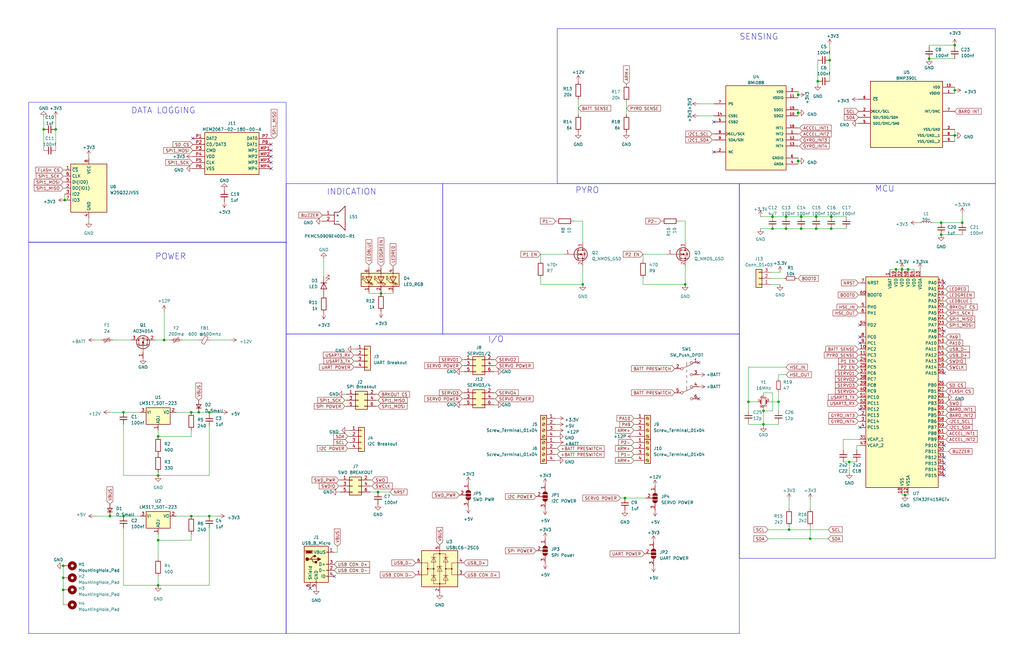
<source format=kicad_sch>
(kicad_sch (version 20230121) (generator eeschema)
  (paper "B")
  (title_block (title "LYRA") (date "2023-08-22") (rev "2"))
  (junction (at 245.745 120.015))
  (junction (at 321.945 173.355))
  (junction (at 402.59 57.15))
  (junction (at 344.805 34.29))
  (junction (at 328.295 169.545))
  (junction (at 66.675 200.66))
  (junction (at 344.17 96.52))
  (junction (at 88.265 173.99))
  (junction (at 26.67 248.92))
  (junction (at 26.67 238.76))
  (junction (at 341.63 227.33))
  (junction (at 336.55 47.625))
  (junction (at 80.645 217.805))
  (junction (at 69.215 143.51))
  (junction (at 26.67 243.84))
  (junction (at 160.655 123.825))
  (junction (at 263.525 210.185))
  (junction (at 331.47 96.52))
  (junction (at 336.55 40.005))
  (junction (at 27.305 84.455))
  (junction (at 315.595 169.545))
  (junction (at 396.875 99.06))
  (junction (at 46.355 217.805))
  (junction (at 52.07 173.99))
  (junction (at 66.675 184.15))
  (junction (at 344.17 91.44))
  (junction (at 377.825 113.665))
  (junction (at 350.52 91.44))
  (junction (at 325.755 96.52))
  (junction (at 337.82 91.44))
  (junction (at 18.415 54.61))
  (junction (at 358.14 194.945))
  (junction (at 331.47 91.44))
  (junction (at 66.675 247.015))
  (junction (at 405.765 93.98))
  (junction (at 52.07 217.805))
  (junction (at 350.52 96.52))
  (junction (at 391.795 24.765))
  (junction (at 325.755 91.44))
  (junction (at 380.365 113.665))
  (junction (at 66.675 227.965))
  (junction (at 349.885 25.4))
  (junction (at 321.945 179.07))
  (junction (at 288.925 120.015))
  (junction (at 396.875 93.98))
  (junction (at 23.495 54.61))
  (junction (at 402.59 38.1))
  (junction (at 382.905 113.665))
  (junction (at 337.82 96.52))
  (junction (at 88.265 217.805))
  (junction (at 332.74 223.52))
  (junction (at 83.82 173.99))
  (junction (at 159.385 207.645))
  (junction (at 402.59 19.05))
  (junction (at 381.635 208.915))
  (junction (at 336.55 67.945))
  (junction (at 80.645 173.99))
  (no_connect (at 114.3 71.12))
  (no_connect (at 398.145 139.7))
  (no_connect (at 362.585 142.24))
  (no_connect (at 398.145 193.04))
  (no_connect (at 294.64 168.275))
  (no_connect (at 140.97 243.205))
  (no_connect (at 114.3 66.04))
  (no_connect (at 130.81 248.285))
  (no_connect (at 300.99 64.135))
  (no_connect (at 362.585 172.72))
  (no_connect (at 398.145 200.66))
  (no_connect (at 398.145 195.58))
  (no_connect (at 114.3 63.5))
  (no_connect (at 362.585 144.78))
  (no_connect (at 114.3 68.58))
  (no_connect (at 398.145 187.96))
  (no_connect (at 398.145 119.38))
  (no_connect (at 81.28 58.42))
  (no_connect (at 398.145 198.12))
  (no_connect (at 362.585 180.34))
  (no_connect (at 362.585 137.16))
  (no_connect (at 398.145 157.48))
  (no_connect (at 114.3 60.96))
  (no_connect (at 300.99 51.435))
  (no_connect (at 294.64 153.035))
  (wire (pts (xy 115.57 58.42) (xy 114.3 58.42)))
  (wire (pts (xy 398.78 175.26) (xy 398.145 175.26)))
  (wire (pts (xy 361.95 154.94) (xy 362.585 154.94)))
  (wire (pts (xy 294.64 48.895) (xy 300.99 48.895)))
  (wire (pts (xy 80.645 173.99) (xy 83.82 173.99)))
  (wire (pts (xy 325.755 165.735) (xy 325.755 173.355)))
  (wire (pts (xy 398.78 182.88) (xy 398.145 182.88)))
  (wire (pts (xy 337.185 53.975) (xy 336.55 53.975)))
  (wire (pts (xy 325.755 173.355) (xy 321.945 173.355)))
  (wire (pts (xy 332.74 222.25) (xy 332.74 223.52)))
  (wire (pts (xy 37.465 92.075) (xy 37.465 93.345)))
  (wire (pts (xy 88.9 143.51) (xy 97.155 143.51)))
  (wire (pts (xy 23.495 54.61) (xy 23.495 63.5)))
  (wire (pts (xy 69.215 131.445) (xy 69.215 143.51)))
  (wire (pts (xy 159.385 171.45) (xy 158.75 171.45)))
  (wire (pts (xy 328.93 120.015) (xy 325.12 120.015)))
  (wire (pts (xy 261.62 210.185) (xy 263.525 210.185)))
  (wire (pts (xy 88.265 222.885) (xy 88.265 247.015)))
  (wire (pts (xy 382.905 113.665) (xy 382.905 114.3)))
  (wire (pts (xy 325.755 96.52) (xy 331.47 96.52)))
  (wire (pts (xy 165.735 123.825) (xy 165.735 123.19)))
  (wire (pts (xy 355.6 194.945) (xy 358.14 194.945)))
  (wire (pts (xy 386.715 93.98) (xy 387.985 93.98)))
  (wire (pts (xy 80.645 184.15) (xy 66.675 184.15)))
  (wire (pts (xy 377.825 113.665) (xy 380.365 113.665)))
  (wire (pts (xy 337.185 56.515) (xy 336.55 56.515)))
  (wire (pts (xy 40.005 143.51) (xy 42.545 143.51)))
  (wire (pts (xy 375.285 114.3) (xy 375.285 113.665)))
  (wire (pts (xy 267.335 176.53) (xy 267.97 176.53)))
  (wire (pts (xy 380.365 208.28) (xy 380.365 208.915)))
  (wire (pts (xy 361.315 189.865) (xy 361.315 187.96)))
  (wire (pts (xy 142.875 207.645) (xy 143.51 207.645)))
  (wire (pts (xy 194.945 154.305) (xy 195.58 154.305)))
  (wire (pts (xy 361.95 175.26) (xy 362.585 175.26)))
  (wire (pts (xy 194.945 165.735) (xy 195.58 165.735)))
  (wire (pts (xy 142.875 202.565) (xy 143.51 202.565)))
  (wire (pts (xy 361.95 152.4) (xy 362.585 152.4)))
  (wire (pts (xy 80.645 181.61) (xy 80.645 184.15)))
  (wire (pts (xy 398.78 152.4) (xy 398.145 152.4)))
  (wire (pts (xy 336.55 47.625) (xy 336.55 48.895)))
  (wire (pts (xy 74.295 217.805) (xy 80.645 217.805)))
  (wire (pts (xy 208.915 170.815) (xy 208.28 170.815)))
  (wire (pts (xy 194.945 151.765) (xy 195.58 151.765)))
  (wire (pts (xy 26.67 238.76) (xy 26.67 243.84)))
  (wire (pts (xy 194.945 168.275) (xy 195.58 168.275)))
  (wire (pts (xy 267.335 184.15) (xy 267.97 184.15)))
  (wire (pts (xy 149.225 149.86) (xy 149.86 149.86)))
  (wire (pts (xy 321.945 179.07) (xy 328.295 179.07)))
  (wire (pts (xy 328.93 114.935) (xy 325.12 114.935)))
  (wire (pts (xy 328.295 173.355) (xy 328.295 169.545)))
  (wire (pts (xy 26.67 74.295) (xy 27.305 74.295)))
  (wire (pts (xy 165.735 112.395) (xy 165.735 113.03)))
  (wire (pts (xy 328.295 179.07) (xy 328.295 178.435)))
  (wire (pts (xy 315.595 173.355) (xy 315.595 169.545)))
  (wire (pts (xy 263.525 210.185) (xy 272.415 210.185)))
  (wire (pts (xy 361.95 165.1) (xy 362.585 165.1)))
  (wire (pts (xy 208.915 168.275) (xy 208.28 168.275)))
  (wire (pts (xy 65.405 143.51) (xy 69.215 143.51)))
  (wire (pts (xy 66.675 227.965) (xy 66.675 235.585)))
  (wire (pts (xy 321.945 179.07) (xy 315.595 179.07)))
  (wire (pts (xy 336.55 40.005) (xy 336.55 41.275)))
  (wire (pts (xy 145.415 171.45) (xy 146.05 171.45)))
  (wire (pts (xy 208.915 165.735) (xy 208.28 165.735)))
  (wire (pts (xy 341.63 210.82) (xy 341.63 214.63)))
  (wire (pts (xy 361.95 162.56) (xy 362.585 162.56)))
  (wire (pts (xy 271.145 107.315) (xy 271.145 109.855)))
  (wire (pts (xy 149.225 154.94) (xy 149.86 154.94)))
  (wire (pts (xy 355.6 189.865) (xy 355.6 185.42)))
  (wire (pts (xy 46.355 217.805) (xy 52.07 217.805)))
  (wire (pts (xy 234.95 186.69) (xy 234.315 186.69)))
  (wire (pts (xy 245.745 102.235) (xy 245.745 93.345)))
  (wire (pts (xy 27.305 81.915) (xy 27.305 84.455)))
  (wire (pts (xy 391.795 19.05) (xy 391.795 19.685)))
  (wire (pts (xy 385.445 113.665) (xy 385.445 114.3)))
  (wire (pts (xy 321.945 179.705) (xy 321.945 179.07)))
  (wire (pts (xy 393.065 93.98) (xy 396.875 93.98)))
  (wire (pts (xy 156.845 202.565) (xy 156.21 202.565)))
  (wire (pts (xy 402.59 54.61) (xy 402.59 57.15)))
  (wire (pts (xy 149.225 152.4) (xy 149.86 152.4)))
  (wire (pts (xy 146.685 184.15) (xy 147.32 184.15)))
  (wire (pts (xy 382.905 208.915) (xy 381.635 208.915)))
  (wire (pts (xy 398.78 149.86) (xy 398.145 149.86)))
  (wire (pts (xy 208.915 156.845) (xy 208.28 156.845)))
  (wire (pts (xy 80.645 225.425) (xy 80.645 227.965)))
  (wire (pts (xy 26.67 248.92) (xy 26.67 255.27)))
  (wire (pts (xy 234.95 191.77) (xy 234.315 191.77)))
  (wire (pts (xy 146.685 186.69) (xy 147.32 186.69)))
  (wire (pts (xy 66.675 200.66) (xy 66.675 199.39)))
  (wire (pts (xy 160.655 112.395) (xy 160.655 113.03)))
  (wire (pts (xy 267.335 186.69) (xy 267.97 186.69)))
  (wire (pts (xy 294.64 43.815) (xy 300.99 43.815)))
  (wire (pts (xy 323.85 223.52) (xy 332.74 223.52)))
  (wire (pts (xy 337.185 61.595) (xy 336.55 61.595)))
  (wire (pts (xy 398.145 124.46) (xy 398.78 124.46)))
  (wire (pts (xy 238.125 107.315) (xy 227.965 107.315)))
  (wire (pts (xy 243.84 41.91) (xy 243.84 48.26)))
  (wire (pts (xy 288.925 93.345) (xy 286.385 93.345)))
  (wire (pts (xy 66.675 200.66) (xy 88.265 200.66)))
  (wire (pts (xy 156.845 205.105) (xy 156.21 205.105)))
  (wire (pts (xy 398.78 144.78) (xy 398.145 144.78)))
  (wire (pts (xy 396.875 99.06) (xy 405.765 99.06)))
  (wire (pts (xy 52.07 222.885) (xy 52.07 247.015)))
  (wire (pts (xy 349.885 19.05) (xy 349.885 25.4)))
  (wire (pts (xy 349.885 25.4) (xy 349.885 34.29)))
  (wire (pts (xy 149.225 147.32) (xy 149.86 147.32)))
  (wire (pts (xy 332.74 214.63) (xy 332.74 210.82)))
  (wire (pts (xy 355.6 185.42) (xy 362.585 185.42)))
  (wire (pts (xy 325.755 91.44) (xy 331.47 91.44)))
  (wire (pts (xy 337.185 59.055) (xy 336.55 59.055)))
  (wire (pts (xy 387.985 113.665) (xy 387.985 114.3)))
  (wire (pts (xy 361.95 132.08) (xy 362.585 132.08)))
  (wire (pts (xy 321.945 172.085) (xy 321.945 173.355)))
  (wire (pts (xy 320.675 91.44) (xy 325.755 91.44)))
  (wire (pts (xy 315.595 169.545) (xy 319.405 169.545)))
  (wire (pts (xy 142.24 233.045) (xy 140.97 233.045)))
  (wire (pts (xy 361.95 149.86) (xy 362.585 149.86)))
  (wire (pts (xy 398.78 129.54) (xy 398.145 129.54)))
  (wire (pts (xy 88.265 174.625) (xy 88.265 173.99)))
  (wire (pts (xy 405.765 90.17) (xy 405.765 93.98)))
  (wire (pts (xy 398.78 170.18) (xy 398.145 170.18)))
  (wire (pts (xy 23.495 49.53) (xy 23.495 54.61)))
  (wire (pts (xy 88.265 217.805) (xy 92.075 217.805)))
  (wire (pts (xy 267.335 181.61) (xy 267.97 181.61)))
  (wire (pts (xy 234.95 176.53) (xy 234.315 176.53)))
  (wire (pts (xy 398.78 134.62) (xy 398.145 134.62)))
  (wire (pts (xy 391.795 24.765) (xy 402.59 24.765)))
  (wire (pts (xy 281.305 107.315) (xy 271.145 107.315)))
  (wire (pts (xy 88.265 247.015) (xy 66.675 247.015)))
  (wire (pts (xy 160.655 123.19) (xy 160.655 123.825)))
  (wire (pts (xy 358.14 199.39) (xy 358.14 194.945)))
  (wire (pts (xy 271.145 120.015) (xy 288.925 120.015)))
  (wire (pts (xy 391.795 19.05) (xy 402.59 19.05)))
  (wire (pts (xy 331.47 91.44) (xy 337.82 91.44)))
  (wire (pts (xy 234.95 189.23) (xy 234.315 189.23)))
  (wire (pts (xy 227.965 107.315) (xy 227.965 109.855)))
  (wire (pts (xy 155.575 123.19) (xy 155.575 123.825)))
  (wire (pts (xy 146.685 189.23) (xy 147.32 189.23)))
  (wire (pts (xy 52.07 173.99) (xy 59.055 173.99)))
  (wire (pts (xy 18.415 54.61) (xy 18.415 63.5)))
  (wire (pts (xy 402.59 19.05) (xy 402.59 19.685)))
  (wire (pts (xy 344.805 34.29) (xy 344.805 35.56)))
  (wire (pts (xy 380.365 208.915) (xy 381.635 208.915)))
  (wire (pts (xy 336.55 38.735) (xy 336.55 40.005)))
  (wire (pts (xy 344.805 25.4) (xy 344.805 34.29)))
  (wire (pts (xy 52.07 179.07) (xy 52.07 200.66)))
  (wire (pts (xy 159.385 207.645) (xy 164.465 207.645)))
  (wire (pts (xy 330.835 117.475) (xy 325.12 117.475)))
  (wire (pts (xy 136.525 109.22) (xy 136.525 116.84)))
  (wire (pts (xy 26.67 71.755) (xy 27.305 71.755)))
  (wire (pts (xy 336.55 46.355) (xy 336.55 47.625)))
  (wire (pts (xy 341.63 222.25) (xy 341.63 227.33)))
  (wire (pts (xy 336.55 117.475) (xy 335.915 117.475)))
  (wire (pts (xy 245.745 93.345) (xy 241.935 93.345)))
  (wire (pts (xy 361.95 147.32) (xy 362.585 147.32)))
  (wire (pts (xy 234.95 194.31) (xy 234.315 194.31)))
  (wire (pts (xy 331.47 96.52) (xy 337.82 96.52)))
  (wire (pts (xy 47.625 143.51) (xy 55.245 143.51)))
  (wire (pts (xy 402.59 57.15) (xy 402.59 59.69)))
  (wire (pts (xy 155.575 123.825) (xy 160.655 123.825)))
  (wire (pts (xy 315.595 154.94) (xy 315.595 169.545)))
  (wire (pts (xy 264.16 43.18) (xy 264.16 48.26)))
  (wire (pts (xy 398.78 154.94) (xy 398.145 154.94)))
  (wire (pts (xy 80.645 227.965) (xy 66.675 227.965)))
  (wire (pts (xy 52.07 200.66) (xy 66.675 200.66)))
  (wire (pts (xy 300.355 59.055) (xy 300.99 59.055)))
  (wire (pts (xy 155.575 111.76) (xy 155.575 113.03)))
  (wire (pts (xy 46.355 173.99) (xy 52.07 173.99)))
  (wire (pts (xy 146.685 181.61) (xy 147.32 181.61)))
  (wire (pts (xy 234.95 184.15) (xy 234.315 184.15)))
  (wire (pts (xy 321.945 165.735) (xy 325.755 165.735)))
  (wire (pts (xy 66.675 181.61) (xy 66.675 184.15)))
  (wire (pts (xy 398.78 177.8) (xy 398.145 177.8)))
  (wire (pts (xy 398.78 162.56) (xy 398.145 162.56)))
  (wire (pts (xy 66.675 243.205) (xy 66.675 247.015)))
  (wire (pts (xy 323.85 227.33) (xy 341.63 227.33)))
  (wire (pts (xy 402.59 38.1) (xy 402.59 39.37)))
  (wire (pts (xy 37.465 66.04) (xy 37.465 66.675)))
  (wire (pts (xy 159.385 168.91) (xy 158.75 168.91)))
  (wire (pts (xy 398.78 142.24) (xy 398.145 142.24)))
  (wire (pts (xy 69.215 143.51) (xy 71.755 143.51)))
  (wire (pts (xy 26.67 76.835) (xy 27.305 76.835)))
  (wire (pts (xy 267.335 189.23) (xy 267.97 189.23)))
  (wire (pts (xy 245.745 120.015) (xy 245.745 112.395)))
  (wire (pts (xy 402.59 36.83) (xy 402.59 38.1)))
  (wire (pts (xy 398.78 165.1) (xy 398.145 165.1)))
  (wire (pts (xy 361.95 157.48) (xy 362.585 157.48)))
  (wire (pts (xy 267.335 194.31) (xy 267.97 194.31)))
  (wire (pts (xy 156.21 207.645) (xy 159.385 207.645)))
  (wire (pts (xy 337.82 91.44) (xy 344.17 91.44)))
  (wire (pts (xy 344.17 91.44) (xy 350.52 91.44)))
  (wire (pts (xy 227.965 117.475) (xy 227.965 120.015)))
  (wire (pts (xy 142.24 230.505) (xy 142.24 233.045)))
  (wire (pts (xy 377.825 114.3) (xy 377.825 113.665)))
  (wire (pts (xy 26.67 243.84) (xy 26.67 248.92)))
  (wire (pts (xy 321.945 173.355) (xy 321.945 179.07)))
  (wire (pts (xy 332.74 223.52) (xy 349.25 223.52)))
  (wire (pts (xy 74.295 173.99) (xy 80.645 173.99)))
  (wire (pts (xy 398.78 185.42) (xy 398.145 185.42)))
  (wire (pts (xy 400.05 190.5) (xy 398.145 190.5)))
  (wire (pts (xy 320.675 96.52) (xy 325.755 96.52)))
  (wire (pts (xy 300.355 56.515) (xy 300.99 56.515)))
  (wire (pts (xy 398.145 121.92) (xy 398.78 121.92)))
  (wire (pts (xy 331.47 158.115) (xy 328.295 158.115)))
  (wire (pts (xy 208.915 151.765) (xy 208.28 151.765)))
  (wire (pts (xy 398.78 180.34) (xy 398.145 180.34)))
  (wire (pts (xy 398.78 137.16) (xy 398.145 137.16)))
  (wire (pts (xy 398.145 127) (xy 398.78 127)))
  (wire (pts (xy 88.265 173.99) (xy 93.345 173.99)))
  (wire (pts (xy 361.95 129.54) (xy 362.585 129.54)))
  (wire (pts (xy 80.645 217.805) (xy 88.265 217.805)))
  (wire (pts (xy 145.415 168.91) (xy 146.05 168.91)))
  (wire (pts (xy 267.335 191.77) (xy 267.97 191.77)))
  (wire (pts (xy 194.945 170.815) (xy 195.58 170.815)))
  (wire (pts (xy 361.95 119.38) (xy 362.585 119.38)))
  (wire (pts (xy 398.78 167.64) (xy 398.145 167.64)))
  (wire (pts (xy 234.95 179.07) (xy 234.315 179.07)))
  (wire (pts (xy 159.385 166.37) (xy 158.75 166.37)))
  (wire (pts (xy 380.365 113.665) (xy 380.365 114.3)))
  (wire (pts (xy 315.595 179.07) (xy 315.595 178.435)))
  (wire (pts (xy 288.925 93.345) (xy 288.925 102.235)))
  (wire (pts (xy 142.875 205.105) (xy 143.51 205.105)))
  (wire (pts (xy 398.78 147.32) (xy 398.145 147.32)))
  (wire (pts (xy 52.07 217.805) (xy 59.055 217.805)))
  (wire (pts (xy 271.145 117.475) (xy 271.145 120.015)))
  (wire (pts (xy 328.295 165.1) (xy 328.295 169.545)))
  (wire (pts (xy 267.335 179.07) (xy 267.97 179.07)))
  (wire (pts (xy 341.63 227.33) (xy 349.25 227.33)))
  (wire (pts (xy 405.765 93.98) (xy 396.875 93.98)))
  (wire (pts (xy 336.55 66.675) (xy 336.55 67.945)))
  (wire (pts (xy 361.95 160.02) (xy 362.585 160.02)))
  (wire (pts (xy 227.965 120.015) (xy 245.745 120.015)))
  (wire (pts (xy 160.655 123.825) (xy 165.735 123.825)))
  (wire (pts (xy 234.95 181.61) (xy 234.315 181.61)))
  (wire (pts (xy 361.315 187.96) (xy 362.585 187.96)))
  (wire (pts (xy 358.14 194.945) (xy 361.315 194.945)))
  (wire (pts (xy 83.82 173.99) (xy 88.265 173.99)))
  (wire (pts (xy 328.295 158.115) (xy 328.295 160.02)))
  (wire (pts (xy 375.285 113.665) (xy 377.825 113.665)))
  (wire (pts (xy 344.17 96.52) (xy 350.52 96.52)))
  (wire (pts (xy 208.915 154.305) (xy 208.28 154.305)))
  (wire (pts (xy 18.415 49.53) (xy 18.415 54.61)))
  (wire (pts (xy 66.675 225.425) (xy 66.675 227.965)))
  (wire (pts (xy 380.365 113.665) (xy 382.905 113.665)))
  (wire (pts (xy 361.95 170.18) (xy 362.585 170.18)))
  (wire (pts (xy 361.95 167.64) (xy 362.585 167.64)))
  (wire (pts (xy 382.905 208.28) (xy 382.905 208.915)))
  (wire (pts (xy 52.07 247.015) (xy 66.675 247.015)))
  (wire (pts (xy 361.95 177.8) (xy 362.585 177.8)))
  (wire (pts (xy 40.005 217.805) (xy 46.355 217.805)))
  (wire (pts (xy 321.945 167.005) (xy 321.945 165.735)))
  (wire (pts (xy 76.835 143.51) (xy 83.82 143.51)))
  (wire (pts (xy 194.945 156.845) (xy 195.58 156.845)))
  (wire (pts (xy 288.925 120.015) (xy 288.925 112.395)))
  (wire (pts (xy 350.52 91.44) (xy 356.87 91.44)))
  (wire (pts (xy 398.78 132.08) (xy 398.145 132.08)))
  (wire (pts (xy 350.52 96.52) (xy 356.87 96.52)))
  (wire (pts (xy 336.55 67.945) (xy 336.55 69.215)))
  (wire (pts (xy 324.485 169.545) (xy 328.295 169.545)))
  (wire (pts (xy 145.415 166.37) (xy 146.05 166.37)))
  (wire (pts (xy 382.905 113.665) (xy 385.445 113.665)))
  (wire (pts (xy 88.265 179.705) (xy 88.265 200.66)))
  (wire (pts (xy 398.78 172.72) (xy 398.145 172.72)))
  (wire (pts (xy 337.82 96.52) (xy 344.17 96.52)))
  (wire (pts (xy 26.67 79.375) (xy 27.305 79.375)))
  (wire (pts (xy 315.595 154.94) (xy 331.47 154.94)))
  (wire (pts (xy 361.95 124.46) (xy 362.585 124.46)))
  (rectangle (start 12.065 43.18) (end 120.65 102.235))
  (rectangle (start 186.69 77.47) (end 311.785 140.97))
  (rectangle (start 12.065 102.235) (end 120.65 267.335))
  (rectangle (start 120.65 77.47) (end 186.69 140.97))
  (rectangle (start 311.785 77.47) (end 419.735 235.585))
  (rectangle (start 234.95 12.065) (end 419.735 77.47))
  (rectangle (start 120.65 140.97) (end 311.785 267.335))
  (text "DATA LOGGING\n" (at 55.245 48.26 0) (effects (font (size 2.54 2.54)) (justify left bottom)))
  (text "POWER\n" (at 65.405 109.855 0) (effects (font (size 2.54 2.54)) (justify left bottom)))
  (text "PYRO\n" (at 242.57 81.915 0) (effects (font (size 2.54 2.54)) (justify left bottom)))
  (text "INDICATION\n" (at 137.795 82.55 0) (effects (font (size 2.54 2.54)) (justify left bottom)))
  (text "MCU\n" (at 368.935 81.28 0) (effects (font (size 2.54 2.54)) (justify left bottom)))
  (text "I/O\n" (at 205.74 144.78 0) (effects (font (size 2.54 2.54)) (justify left bottom)))
  (text "SENSING\n" (at 311.785 17.145 0) (effects (font (size 2.54 2.54)) (justify left bottom)))
  (global_label "ACCEL_INT2" (shape input) (at 337.185 56.515 0) (property "Intersheetrefs" "${INTERSHEET_REFS}" (effects hide)))
  (global_label "SCL" (shape input) (at 146.685 186.69 180) (property "Intersheetrefs" "${INTERSHEET_REFS}" (effects hide)))
  (global_label "USART3_TX" (shape input) (at 149.225 152.4 180) (property "Intersheetrefs" "${INTERSHEET_REFS}" (effects hide)))
  (global_label "PA9" (shape input) (at 267.335 179.07 180) (property "Intersheetrefs" "${INTERSHEET_REFS}" (effects hide)))
  (global_label "P1-" (shape input) (at 234.315 93.345 180) (property "Intersheetrefs" "${INTERSHEET_REFS}" (effects hide)))
  (global_label "SERVO1" (shape input) (at 194.945 151.765 180) (property "Intersheetrefs" "${INTERSHEET_REFS}" (effects hide)))
  (global_label "SERVO2" (shape input) (at 208.915 151.765 0) (property "Intersheetrefs" "${INTERSHEET_REFS}" (effects hide)))
  (global_label "SPI1_MOSI" (shape input) (at 26.67 76.835 180) (property "Intersheetrefs" "${INTERSHEET_REFS}" (effects hide)))
  (global_label "+BATT PRESWITCH" (shape input) (at 234.95 189.23 0) (property "Intersheetrefs" "${INTERSHEET_REFS}" (effects hide)))
  (global_label "SPI1_MOSI" (shape input) (at 159.385 171.45 0) (property "Intersheetrefs" "${INTERSHEET_REFS}" (effects hide)))
  (global_label "+BATT PRESWITCH" (shape input) (at 234.95 191.77 0) (property "Intersheetrefs" "${INTERSHEET_REFS}" (effects hide)))
  (global_label "SWD_PWR" (shape input) (at 142.875 202.565 180) (property "Intersheetrefs" "${INTERSHEET_REFS}" (effects hide)))
  (global_label "USART3_RX" (shape input) (at 149.225 149.86 180) (property "Intersheetrefs" "${INTERSHEET_REFS}" (effects hide)))
  (global_label "SWDIO" (shape input) (at 398.78 152.4 0) (property "Intersheetrefs" "${INTERSHEET_REFS}" (effects hide)))
  (global_label "USB_D-" (shape input) (at 398.78 147.32 0) (property "Intersheetrefs" "${INTERSHEET_REFS}" (effects hide)))
  (global_label "LEDGREEN" (shape input) (at 398.78 124.46 0) (property "Intersheetrefs" "${INTERSHEET_REFS}" (effects hide)))
  (global_label "USART3_TX" (shape input) (at 361.95 167.64 180) (property "Intersheetrefs" "${INTERSHEET_REFS}" (effects hide)))
  (global_label "ACCEL_INT1" (shape input) (at 398.78 182.88 0) (property "Intersheetrefs" "${INTERSHEET_REFS}" (effects hide)))
  (global_label "USART3_RX" (shape input) (at 361.95 170.18 180) (property "Intersheetrefs" "${INTERSHEET_REFS}" (effects hide)))
  (global_label "BUZZER" (shape input) (at 135.89 90.805 180) (property "Intersheetrefs" "${INTERSHEET_REFS}" (effects hide)))
  (global_label "BARO_INT1" (shape input) (at 398.78 172.72 0) (property "Intersheetrefs" "${INTERSHEET_REFS}" (effects hide)))
  (global_label "P1 EN" (shape input) (at 361.95 152.4 180) (property "Intersheetrefs" "${INTERSHEET_REFS}" (effects hide)))
  (global_label "PYRO SENSE" (shape input) (at 264.16 45.72 0) (property "Intersheetrefs" "${INTERSHEET_REFS}" (effects hide)))
  (global_label "SPI1_SCK" (shape input) (at 81.28 68.58 180) (property "Intersheetrefs" "${INTERSHEET_REFS}" (effects hide)))
  (global_label "P2-" (shape input) (at 278.765 93.345 180) (property "Intersheetrefs" "${INTERSHEET_REFS}" (effects hide)))
  (global_label "HSE_OUT" (shape input) (at 361.95 132.08 180) (property "Intersheetrefs" "${INTERSHEET_REFS}" (effects hide)))
  (global_label "USB_D-" (shape input) (at 175.26 237.49 180) (property "Intersheetrefs" "${INTERSHEET_REFS}" (effects hide)))
  (global_label "VBUS" (shape input) (at 185.42 229.87 90) (property "Intersheetrefs" "${INTERSHEET_REFS}" (effects hide)))
  (global_label "PA10" (shape input) (at 398.78 144.78 0) (property "Intersheetrefs" "${INTERSHEET_REFS}" (effects hide)))
  (global_label "HSE_OUT" (shape input) (at 331.47 158.115 0) (property "Intersheetrefs" "${INTERSHEET_REFS}" (effects hide)))
  (global_label "HSE_IN" (shape input) (at 361.95 129.54 180) (property "Intersheetrefs" "${INTERSHEET_REFS}" (effects hide)))
  (global_label "BOOT0" (shape input) (at 336.55 117.475 0) (property "Intersheetrefs" "${INTERSHEET_REFS}" (effects hide)))
  (global_label "SERVO1" (shape input) (at 361.95 157.48 180) (property "Intersheetrefs" "${INTERSHEET_REFS}" (effects hide)))
  (global_label "SWO" (shape input) (at 398.78 170.18 0) (property "Intersheetrefs" "${INTERSHEET_REFS}" (effects hide)))
  (global_label "GYRO_INT3" (shape input) (at 361.95 175.26 180) (property "Intersheetrefs" "${INTERSHEET_REFS}" (effects hide)))
  (global_label "I2C1_SCL" (shape input) (at 300.355 56.515 180) (property "Intersheetrefs" "${INTERSHEET_REFS}" (effects hide)))
  (global_label "I2C POWER" (shape input) (at 226.06 209.55 180) (property "Intersheetrefs" "${INTERSHEET_REFS}" (effects hide)))
  (global_label "BATT SENSE" (shape input) (at 243.84 45.72 0) (property "Intersheetrefs" "${INTERSHEET_REFS}" (effects hide)))
  (global_label "P2 EN" (shape input) (at 361.95 154.94 180) (property "Intersheetrefs" "${INTERSHEET_REFS}" (effects hide)))
  (global_label "I2C POWER" (shape input) (at 146.685 189.23 180) (property "Intersheetrefs" "${INTERSHEET_REFS}" (effects hide)))
  (global_label "USB_D+" (shape input) (at 398.78 149.86 0) (property "Intersheetrefs" "${INTERSHEET_REFS}" (effects hide)))
  (global_label "NRST" (shape input) (at 361.95 119.38 180) (property "Intersheetrefs" "${INTERSHEET_REFS}" (effects hide)))
  (global_label "LEDBLUE" (shape input) (at 155.575 111.76 90) (property "Intersheetrefs" "${INTERSHEET_REFS}" (effects hide)))
  (global_label "SPI POWER" (shape input) (at 226.06 232.41 180) (property "Intersheetrefs" "${INTERSHEET_REFS}" (effects hide)))
  (global_label "SPI1_MISO" (shape input) (at 26.67 79.375 180) (property "Intersheetrefs" "${INTERSHEET_REFS}" (effects hide)))
  (global_label "SWO" (shape input) (at 156.845 202.565 0) (property "Intersheetrefs" "${INTERSHEET_REFS}" (effects hide)))
  (global_label "SPI1_SCK" (shape input) (at 398.78 132.08 0) (property "Intersheetrefs" "${INTERSHEET_REFS}" (effects hide)))
  (global_label "PA10" (shape input) (at 267.335 176.53 180) (property "Intersheetrefs" "${INTERSHEET_REFS}" (effects hide)))
  (global_label "ACCEL_INT2" (shape input) (at 398.78 185.42 0) (property "Intersheetrefs" "${INTERSHEET_REFS}" (effects hide)))
  (global_label "USB CON D-" (shape input) (at 175.26 242.57 180) (property "Intersheetrefs" "${INTERSHEET_REFS}" (effects hide)))
  (global_label "SERVO POWER" (shape input) (at 194.945 168.275 180) (property "Intersheetrefs" "${INTERSHEET_REFS}" (effects hide)))
  (global_label "PYRO SENSE" (shape input) (at 361.95 149.86 180) (property "Intersheetrefs" "${INTERSHEET_REFS}" (effects hide)))
  (global_label "ARM+" (shape input) (at 267.335 189.23 180) (property "Intersheetrefs" "${INTERSHEET_REFS}" (effects hide)))
  (global_label "LEDBLUE" (shape input) (at 398.78 127 0) (property "Intersheetrefs" "${INTERSHEET_REFS}" (effects hide)))
  (global_label "SPI1_MISO" (shape input) (at 115.57 58.42 90) (property "Intersheetrefs" "${INTERSHEET_REFS}" (effects hide)))
  (global_label "SWCLK" (shape input) (at 398.78 154.94 0) (property "Intersheetrefs" "${INTERSHEET_REFS}" (effects hide)))
  (global_label "LEDRED" (shape input) (at 165.735 112.395 90) (property "Intersheetrefs" "${INTERSHEET_REFS}" (effects hide)))
  (global_label "SD CS" (shape input) (at 81.28 60.96 180) (property "Intersheetrefs" "${INTERSHEET_REFS}" (effects hide)))
  (global_label "SERVO2" (shape input) (at 361.95 160.02 180) (property "Intersheetrefs" "${INTERSHEET_REFS}" (effects hide)))
  (global_label "SERVO POWER" (shape input) (at 208.915 168.275 0) (property "Intersheetrefs" "${INTERSHEET_REFS}" (effects hide)))
  (global_label "ACCEL_INT1" (shape input) (at 337.185 53.975 0) (property "Intersheetrefs" "${INTERSHEET_REFS}" (effects hide)))
  (global_label "SPI1_SCK" (shape input) (at 145.415 168.91 180) (property "Intersheetrefs" "${INTERSHEET_REFS}" (effects hide)))
  (global_label "SDA" (shape input) (at 323.85 227.33 180) (property "Intersheetrefs" "${INTERSHEET_REFS}" (effects hide)))
  (global_label "SDA" (shape input) (at 146.685 184.15 180) (property "Intersheetrefs" "${INTERSHEET_REFS}" (effects hide)))
  (global_label "SPI POWER" (shape input) (at 145.415 171.45 180) (property "Intersheetrefs" "${INTERSHEET_REFS}" (effects hide)))
  (global_label "PA9" (shape input) (at 398.78 142.24 0) (property "Intersheetrefs" "${INTERSHEET_REFS}" (effects hide)))
  (global_label "BRKOUT CS" (shape input) (at 159.385 166.37 0) (property "Intersheetrefs" "${INTERSHEET_REFS}" (effects hide)))
  (global_label "SCL" (shape input) (at 361.95 46.99 180) (property "Intersheetrefs" "${INTERSHEET_REFS}" (effects hide)))
  (global_label "VBUS" (shape input) (at 83.82 168.91 90) (property "Intersheetrefs" "${INTERSHEET_REFS}" (effects hide)))
  (global_label "BRKOUT CS" (shape input) (at 398.78 129.54 0) (property "Intersheetrefs" "${INTERSHEET_REFS}" (effects hide)))
  (global_label "VBUS" (shape input) (at 142.24 230.505 90) (property "Intersheetrefs" "${INTERSHEET_REFS}" (effects hide)))
  (global_label "SWDIO" (shape input) (at 142.875 205.105 180) (property "Intersheetrefs" "${INTERSHEET_REFS}" (effects hide)))
  (global_label "SDA" (shape input) (at 349.25 227.33 0) (property "Intersheetrefs" "${INTERSHEET_REFS}" (effects hide)))
  (global_label "SPI1_MISO" (shape input) (at 159.385 168.91 0) (property "Intersheetrefs" "${INTERSHEET_REFS}" (effects hide)))
  (global_label "USB CON D-" (shape input) (at 140.97 240.665 0) (property "Intersheetrefs" "${INTERSHEET_REFS}" (effects hide)))
  (global_label "SERVO POWER" (shape input) (at 194.945 154.305 180) (property "Intersheetrefs" "${INTERSHEET_REFS}" (effects hide)))
  (global_label "SERVO3" (shape input) (at 194.945 165.735 180) (property "Intersheetrefs" "${INTERSHEET_REFS}" (effects hide)))
  (global_label "UART POWER" (shape input) (at 271.78 233.68 180) (property "Intersheetrefs" "${INTERSHEET_REFS}" (effects hide)))
  (global_label "ARM+" (shape input) (at 264.16 35.56 90) (property "Intersheetrefs" "${INTERSHEET_REFS}" (effects hide)))
  (global_label "P1 EN" (shape input) (at 227.965 107.315 180) (property "Intersheetrefs" "${INTERSHEET_REFS}" (effects hide)))
  (global_label "NRST" (shape input) (at 164.465 207.645 0) (property "Intersheetrefs" "${INTERSHEET_REFS}" (effects hide)))
  (global_label "I2C1_SDA" (shape input) (at 300.355 59.055 180) (property "Intersheetrefs" "${INTERSHEET_REFS}" (effects hide)))
  (global_label "BATT PRESWITCH" (shape input) (at 284.48 155.575 180) (property "Intersheetrefs" "${INTERSHEET_REFS}" (effects hide)))
  (global_label "BATT PRESWITCH" (shape input) (at 284.48 165.735 180) (property "Intersheetrefs" "${INTERSHEET_REFS}" (effects hide)))
  (global_label "ARM+" (shape input) (at 267.335 181.61 180) (property "Intersheetrefs" "${INTERSHEET_REFS}" (effects hide)))
  (global_label "SPI1_SCK" (shape input) (at 26.67 74.295 180) (property "Intersheetrefs" "${INTERSHEET_REFS}" (effects hide)))
  (global_label "USB CON D+" (shape input) (at 140.97 238.125 0) (property "Intersheetrefs" "${INTERSHEET_REFS}" (effects hide)))
  (global_label "FLASH CS" (shape input) (at 26.67 71.755 180) (property "Intersheetrefs" "${INTERSHEET_REFS}" (effects hide)))
  (global_label "SPI1_MOSI" (shape input) (at 81.28 63.5 180) (property "Intersheetrefs" "${INTERSHEET_REFS}" (effects hide)))
  (global_label "LEDGREEN" (shape input) (at 160.655 112.395 90) (property "Intersheetrefs" "${INTERSHEET_REFS}" (effects hide)))
  (global_label "SCL" (shape input) (at 323.85 223.52 180) (property "Intersheetrefs" "${INTERSHEET_REFS}" (effects hide)))
  (global_label "I2C1_SDA" (shape input) (at 398.78 180.34 0) (property "Intersheetrefs" "${INTERSHEET_REFS}" (effects hide)))
  (global_label "SERVO3" (shape input) (at 361.95 162.56 180) (property "Intersheetrefs" "${INTERSHEET_REFS}" (effects hide)))
  (global_label "USB CON D+" (shape input) (at 195.58 242.57 0) (property "Intersheetrefs" "${INTERSHEET_REFS}" (effects hide)))
  (global_label "P2 EN" (shape input) (at 271.145 107.315 180) (property "Intersheetrefs" "${INTERSHEET_REFS}" (effects hide)))
  (global_label "FLASH CS" (shape input) (at 398.78 165.1 0) (property "Intersheetrefs" "${INTERSHEET_REFS}" (effects hide)))
  (global_label "P1-" (shape input) (at 267.335 191.77 180) (property "Intersheetrefs" "${INTERSHEET_REFS}" (effects hide)))
  (global_label "UART POWER" (shape input) (at 149.225 154.94 180) (property "Intersheetrefs" "${INTERSHEET_REFS}" (effects hide)))
  (global_label "BATT SENSE" (shape input) (at 361.95 147.32 180) (property "Intersheetrefs" "${INTERSHEET_REFS}" (effects hide)))
  (global_label "LEDRED" (shape input) (at 398.78 121.92 0) (property "Intersheetrefs" "${INTERSHEET_REFS}" (effects hide)))
  (global_label "BOOT0" (shape input) (at 361.95 124.46 180) (property "Intersheetrefs" "${INTERSHEET_REFS}" (effects hide)))
  (global_label "SERVO POWER" (shape input) (at 208.915 154.305 0) (property "Intersheetrefs" "${INTERSHEET_REFS}" (effects hide)))
  (global_label "BUZZER" (shape input) (at 400.05 190.5 0) (property "Intersheetrefs" "${INTERSHEET_REFS}" (effects hide)))
  (global_label "SERVO4" (shape input) (at 361.95 165.1 180) (property "Intersheetrefs" "${INTERSHEET_REFS}" (effects hide)))
  (global_label "VBUS" (shape input) (at 46.355 212.725 90) (property "Intersheetrefs" "${INTERSHEET_REFS}" (effects hide)))
  (global_label "SPI1_MISO" (shape input) (at 398.78 134.62 0) (property "Intersheetrefs" "${INTERSHEET_REFS}" (effects hide)))
  (global_label "HSE_IN" (shape input) (at 331.47 154.94 0) (property "Intersheetrefs" "${INTERSHEET_REFS}" (effects hide)))
  (global_label "SCL" (shape input) (at 349.25 223.52 0) (property "Intersheetrefs" "${INTERSHEET_REFS}" (effects hide)))
  (global_label "BARO_INT2" (shape input) (at 398.78 175.26 0) (property "Intersheetrefs" "${INTERSHEET_REFS}" (effects hide)))
  (global_label "SDA" (shape input) (at 361.95 49.53 180) (property "Intersheetrefs" "${INTERSHEET_REFS}" (effects hide)))
  (global_label "I2C1_SCL" (shape input) (at 398.78 177.8 0) (property "Intersheetrefs" "${INTERSHEET_REFS}" (effects hide)))
  (global_label "SERVO POWER" (shape input) (at 261.62 210.185 180) (property "Intersheetrefs" "${INTERSHEET_REFS}" (effects hide)))
  (global_label "GYRO_INT3" (shape input) (at 337.185 59.055 0) (property "Intersheetrefs" "${INTERSHEET_REFS}" (effects hide)))
  (global_label "SWCLK" (shape input) (at 156.845 205.105 0) (property "Intersheetrefs" "${INTERSHEET_REFS}" (effects hide)))
  (global_label "USB_D+" (shape input) (at 195.58 237.49 0) (property "Intersheetrefs" "${INTERSHEET_REFS}" (effects hide)))
  (global_label "GYRO_INT4" (shape input) (at 361.95 177.8 180) (property "Intersheetrefs" "${INTERSHEET_REFS}" (effects hide)))
  (global_label "SD CS" (shape input) (at 398.78 162.56 0) (property "Intersheetrefs" "${INTERSHEET_REFS}" (effects hide)))
  (global_label "ARM+" (shape input) (at 267.335 194.31 180) (property "Intersheetrefs" "${INTERSHEET_REFS}" (effects hide)))
  (global_label "P2-" (shape input) (at 267.335 186.69 180) (property "Intersheetrefs" "${INTERSHEET_REFS}" (effects hide)))
  (global_label "GYRO_INT4" (shape input) (at 337.185 61.595 0) (property "Intersheetrefs" "${INTERSHEET_REFS}" (effects hide)))
  (global_label "SPI1_MOSI" (shape input) (at 398.78 137.16 0) (property "Intersheetrefs" "${INTERSHEET_REFS}" (effects hide)))
  (global_label "SWD_PWR" (shape input) (at 193.675 208.915 180) (property "Intersheetrefs" "${INTERSHEET_REFS}" (effects hide)))
  (global_label "SERVO4" (shape input) (at 208.915 165.735 0) (property "Intersheetrefs" "${INTERSHEET_REFS}" (effects hide)))
  (global_label "BARO INT" (shape input) (at 402.59 46.99 0) (property "Intersheetrefs" "${INTERSHEET_REFS}" (effects hide)))
  (symbol (lib_id "Device:Q_NMOS_GSD") (at 286.385 107.315 0) (unit 1)
    (property "Reference" "Q3" (at 292.735 106.68 0) (effects (justify left)))
    (property "Value" "Q_NMOS_GSD" (at 292.735 109.22 0) (effects (justify left)))
    (property "Footprint" "Package_TO_SOT_SMD:SOT-23-3" (effects hide))
  )
  (symbol (lib_id "power:GND") (at 328.93 120.015 0) (unit 1)
    (property "Reference" "#PWR081" (effects hide))
    (property "Value" "GND" (at 328.93 124.46 0))
  )
  (symbol (lib_id "Device:LED") (at 136.525 120.65 90) (mirror x) (unit 1)
    (property "Reference" "D3" (at 133.985 118.4275 90) (effects (justify left)))
    (property "Value" "LED" (at 133.985 120.9675 90) (effects (justify left)))
    (property "Footprint" "LED_SMD:LED_0805_2012Metric" (effects hide))
  )
  (symbol (lib_id "power:+3V3") (at 94.615 85.09 180) (unit 1)
    (property "Reference" "#PWR070" (effects hide))
    (property "Value" "+3V3" (at 94.615 89.535 0))
  )
  (symbol (lib_id "power:+3.3V") (at 328.93 114.935 0) (unit 1)
    (property "Reference" "#PWR080" (effects hide))
    (property "Value" "+3.3V" (at 328.93 111.125 0))
  )
  (symbol (lib_id "power:+3.3V") (at 234.95 176.53 270) (unit 1)
    (property "Reference" "#PWR043" (effects hide))
    (property "Value" "+3.3V" (at 238.125 177.165 90) (effects (justify left)))
  )
  (symbol (lib_id "Device:C_Small") (at 396.875 96.52 180) (unit 1)
    (property "Reference" "C20" (at 399.415 95.8786 0) (effects (justify right)))
    (property "Value" "1uf" (at 399.415 98.4186 0) (effects (justify right)))
    (property "Footprint" "Capacitor_SMD:C_0603_1608Metric" (effects hide))
  )
  (symbol (lib_id "power:+3V3") (at 81.28 66.04 90) (unit 1)
    (property "Reference" "#PWR085" (effects hide))
    (property "Value" "+3V3" (at 78.105 66.04 90) (effects (justify left)))
  )
  (symbol (lib_id "power:GND") (at 321.945 179.705 0) (unit 1)
    (property "Reference" "#PWR084" (effects hide))
    (property "Value" "GND" (at 321.945 183.515 0))
  )
  (symbol (lib_id "Connector:Screw_Terminal_01x04") (at 229.235 179.07 0) (mirror y) (unit 1)
    (property "Reference" "J5" (at 226.695 179.07 0) (effects (justify left)))
    (property "Value" "Screw_Terminal_01x04" (at 226.695 181.61 0) (effects (justify left)))
    (property "Footprint" "TerminalBlock:TerminalBlock_bornier-4_P5.08mm" (effects hide))
  )
  (symbol (lib_id "power:+12P") (at 69.215 131.445 0) (unit 1)
    (property "Reference" "#PWR08" (effects hide))
    (property "Value" "+12P" (at 69.215 127 0))
  )
  (symbol (lib_id "power:+12V") (at 276.225 205.105 0) (unit 1)
    (property "Reference" "#PWR051" (effects hide))
    (property "Value" "+12V" (at 276.225 201.295 0))
  )
  (symbol (lib_id "Device:R") (at 332.74 218.44 0) (mirror y) (unit 1)
    (property "Reference" "R15" (at 330.2 217.805 0) (effects (justify left)))
    (property "Value" "2k2" (at 330.2 220.345 0) (effects (justify left)))
    (property "Footprint" "Resistor_SMD:R_0603_1608Metric" (effects hide))
  )
  (symbol (lib_id "Device:C_Small") (at 405.765 96.52 180) (unit 1)
    (property "Reference" "C21" (at 408.94 95.8786 0) (effects (justify right)))
    (property "Value" "100nf" (at 408.94 98.4186 0) (effects (justify right)))
    (property "Footprint" "Capacitor_SMD:C_0603_1608Metric" (effects hide))
  )
  (symbol (lib_id "BMI088:BMI088") (at 318.77 53.975 0) (unit 1)
    (property "Reference" "U4" (at 318.77 32.385 0))
    (property "Value" "BMI088" (at 318.77 34.925 0))
    (property "Footprint" "SnapEDA Library:PQFN50P450X300X100-16N" (effects hide))
    (property "MF" "Bosch Sensortec" (effects hide))
    (property "PURCHASE-URL" "https://pricing.snapeda.com/search/part/BMI088/?ref=eda" (effects hide))
    (property "PACKAGE" "VFLGA-16 Bosch Sensortec" (effects hide))
    (property "PRICE" "None" (effects hide))
    (property "MP" "BMI088" (effects hide))
    (property "AVAILABILITY" "In Stock" (effects hide))
    (property "DESCRIPTION" "Accelerometer, Gyroscope, 6 Axis Sensor I²C, SPI Output" (effects hide))
  )
  (symbol (lib_id "Device:R") (at 80.645 221.615 0) (unit 1)
    (property "Reference" "R6" (at 83.185 220.98 0) (effects (justify left)))
    (property "Value" "240" (at 83.185 223.52 0) (effects (justify left)))
    (property "Footprint" "Resistor_SMD:R_0603_1608Metric_Pad0.98x0.95mm_HandSolder" (effects hide))
  )
  (symbol (lib_id "power:GND") (at 37.465 93.345 0) (unit 1)
    (property "Reference" "#PWR061" (effects hide))
    (property "Value" "GND" (at 37.465 98.425 0))
  )
  (symbol (lib_id "Mechanical:MountingHole_Pad") (at 29.21 255.27 270) (unit 1)
    (property "Reference" "H4" (at 33.02 254.635 90) (effects (justify left)))
    (property "Value" "MountingHole_Pad" (at 33.02 257.175 90) (effects (justify left)))
    (property "Footprint" "MountingHole:MountingHole_3.2mm_M3_DIN965_Pad" (effects hide))
  )
  (symbol (lib_id "Connector:Screw_Terminal_01x04") (at 229.235 189.23 0) (mirror y) (unit 1)
    (property "Reference" "J6" (at 226.695 189.23 0) (effects (justify left)))
    (property "Value" "Screw_Terminal_01x04" (at 226.695 191.77 0) (effects (justify left)))
    (property "Footprint" "TerminalBlock:TerminalBlock_bornier-4_P5.08mm" (effects hide))
  )
  (symbol (lib_id "Device:C_Small") (at 263.525 212.725 0) (unit 1)
    (property "Reference" "C9" (at 266.065 212.0963 0) (effects (justify left)))
    (property "Value" "1uf" (at 266.065 214.6363 0) (effects (justify left)))
    (property "Footprint" "Capacitor_SMD:C_0805_2012Metric" (effects hide))
  )
  (symbol (lib_id "Regulator_Linear:LM317_SOT-223") (at 66.675 173.99 0) (unit 1)
    (property "Reference" "U1" (at 66.675 167.64 0))
    (property "Value" "LM317_SOT-223" (at 66.675 170.18 0))
    (property "Footprint" "Package_TO_SOT_SMD:SOT-223-3_TabPin2" (effects hide))
    (property "Datasheet" "http://www.ti.com/lit/ds/symlink/lm317.pdf" (effects hide))
  )
  (symbol (lib_id "Device:C_Small") (at 355.6 192.405 180) (unit 1)
    (property "Reference" "C22" (at 357.505 198.755 0) (effects (justify left)))
    (property "Value" "2u2" (at 357.505 196.215 0) (effects (justify left)))
  )
  (symbol (lib_id "Device:L_Small") (at 390.525 93.98 90) (unit 1)
    (property "Reference" "L1" (at 390.525 90.17 90))
    (property "Value" "39n" (at 390.525 92.71 90))
  )
  (symbol (lib_id "Device:R") (at 66.675 195.58 0) (unit 1)
    (property "Reference" "R3" (at 69.215 194.945 0) (effects (justify left)))
    (property "Value" "330" (at 69.215 197.485 0) (effects (justify left)))
    (property "Footprint" "Resistor_SMD:R_0603_1608Metric_Pad0.98x0.95mm_HandSolder" (effects hide))
  )
  (symbol (lib_id "Device:R") (at 264.16 52.07 0) (mirror y) (unit 1)
    (property "Reference" "R18" (at 261.62 51.435 0) (effects (justify left)))
    (property "Value" "6k" (at 261.62 53.975 0) (effects (justify left)))
    (property "Footprint" "Resistor_SMD:R_0603_1608Metric" (effects hide))
  )
  (symbol (lib_id "Device:R") (at 264.16 39.37 0) (mirror y) (unit 1)
    (property "Reference" "R17" (at 261.62 38.735 0) (effects (justify left)))
    (property "Value" "20k" (at 261.62 41.275 0) (effects (justify left)))
    (property "Footprint" "Resistor_SMD:R_0603_1608Metric" (effects hide))
  )
  (symbol (lib_id "power:+5V") (at 229.87 237.49 180) (unit 1)
    (property "Reference" "#PWR022" (effects hide))
    (property "Value" "+5V" (at 229.87 242.57 0))
  )
  (symbol (lib_id "Device:R") (at 136.525 128.27 0) (mirror y) (unit 1)
    (property "Reference" "R11" (at 133.985 127.635 0) (effects (justify left)))
    (property "Value" "1k" (at 133.985 130.175 0) (effects (justify left)))
    (property "Footprint" "Resistor_SMD:R_0603_1608Metric" (effects hide))
  )
  (symbol (lib_id "Device:R_Small") (at 328.295 162.56 0) (unit 1)
    (property "Reference" "R19" (at 330.2 161.29 0) (effects (justify left)))
    (property "Value" "47" (at 330.2 163.83 0) (effects (justify left)))
    (property "Footprint" "Resistor_SMD:R_0402_1005Metric" (effects hide))
    (property "LCSC Part #" "C25118" (effects hide))
  )
  (symbol (lib_id "Device:C_Small") (at 347.345 34.29 90) (unit 1)
    (property "Reference" "C6" (at 347.3513 28.575 90))
    (property "Value" "100nf" (at 347.3513 31.115 90))
    (property "Footprint" "Capacitor_SMD:C_0603_1608Metric" (effects hide))
  )
  (symbol (lib_id "Device:C_Small") (at 350.52 93.98 0) (unit 1)
    (property "Reference" "C16" (at 348.615 87.63 0) (effects (justify left)))
    (property "Value" "100nf" (at 348.615 90.17 0) (effects (justify left)))
  )
  (symbol (lib_id "Device:Crystal_GND24_Small") (at 321.945 169.545 0) (unit 1)
    (property "Reference" "Y1" (at 320.675 161.29 0) (effects (justify left)))
    (property "Value" "16MHz" (at 318.77 163.83 0) (effects (justify left)))
    (property "Footprint" "Crystal:Crystal_SMD_3225-4Pin_3.2x2.5mm" (effects hide))
    (property "LCSC Part #" "C13738" (effects hide))
  )
  (symbol (lib_id "power:GND") (at 402.59 57.15 90) (unit 1)
    (property "Reference" "#PWR079" (effects hide))
    (property "Value" "GND" (at 406.4 57.785 90) (effects (justify right)))
  )
  (symbol (lib_id "Device:C_Small") (at 88.265 220.345 0) (unit 1)
    (property "Reference" "C4" (at 90.805 219.7163 0) (effects (justify left)))
    (property "Value" "1uf" (at 90.805 222.2563 0) (effects (justify left)))
    (property "Footprint" "Capacitor_SMD:C_0805_2012Metric" (effects hide))
  )
  (symbol (lib_id "power:GND") (at 234.95 194.31 90) (unit 1)
    (property "Reference" "#PWR040" (effects hide))
    (property "Value" "GND" (at 238.125 194.945 90) (effects (justify right)))
  )
  (symbol (lib_id "power:+BATT") (at 234.95 186.69 270) (unit 1)
    (property "Reference" "#PWR033" (effects hide))
    (property "Value" "+BATT" (at 238.125 187.325 90) (effects (justify left)))
  )
  (symbol (lib_id "Device:R_Small") (at 333.375 117.475 90) (unit 1)
    (property "Reference" "R1" (at 333.375 113.03 90))
    (property "Value" "10k" (at 333.375 115.57 90))
  )
  (symbol (lib_id "power:GND") (at 194.945 156.845 270) (unit 1)
    (property "Reference" "#PWR068" (effects hide))
    (property "Value" "GND" (at 192.405 156.845 90) (effects (justify right)))
  )
  (symbol (lib_id "power:GND") (at 336.55 67.945 90) (unit 1)
    (property "Reference" "#PWR025" (effects hide))
    (property "Value" "GND" (at 340.36 68.58 90) (effects (justify right)))
  )
  (symbol (lib_id "Device:C_Small") (at 20.955 54.61 90) (unit 1)
    (property "Reference" "C10" (at 20.9613 49.53 90))
    (property "Value" "1uf" (at 20.9613 52.07 90))
    (property "Footprint" "Capacitor_SMD:C_0603_1608Metric" (effects hide))
  )
  (symbol (lib_id "Jumper:SolderJumper_3_Open") (at 229.87 209.55 270) (unit 1)
    (property "Reference" "JP1" (at 232.41 208.915 90) (effects (justify left)))
    (property "Value" "I2C POWER" (at 232.41 211.455 90) (effects (justify left)))
    (property "Footprint" "Jumper:SolderJumper-3_P1.3mm_Open_Pad1.0x1.5mm" (effects hide))
  )
  (symbol (lib_id "Device:D_Small") (at 46.355 215.265 90) (unit 1)
    (property "Reference" "D1" (at 48.895 214.63 90) (effects (justify right)))
    (property "Value" "D_Small" (at 48.895 217.17 90) (effects (justify right)))
    (property "Footprint" "Diode_SMD:D_0805_2012Metric" (effects hide))
    (property "Sim.Device" "D" (effects hide))
    (property "Sim.Pins" "1=K 2=A" (effects hide))
  )
  (symbol (lib_id "power:+12P") (at 267.335 184.15 90) (mirror x) (unit 1)
    (property "Reference" "#PWR041" (effects hide))
    (property "Value" "+12P" (at 264.16 184.15 90) (effects (justify left)))
  )
  (symbol (lib_id "power:GND") (at 358.14 199.39 0) (unit 1)
    (property "Reference" "#PWR047" (effects hide))
    (property "Value" "GND" (at 358.14 203.835 0))
  )
  (symbol (lib_id "Connector_Generic:Conn_01x04") (at 152.4 184.15 0) (unit 1)
    (property "Reference" "J4" (at 154.94 184.785 0) (effects (justify left)))
    (property "Value" "I2C Breakout" (at 154.94 187.325 0) (effects (justify left)))
    (property "Footprint" "Connector_PinHeader_2.54mm:PinHeader_1x04_P2.54mm_Vertical" (effects hide))
  )
  (symbol (lib_id "Device:R") (at 80.645 177.8 0) (unit 1)
    (property "Reference" "R5" (at 83.185 177.165 0) (effects (justify left)))
    (property "Value" "240" (at 83.185 179.705 0) (effects (justify left)))
    (property "Footprint" "Resistor_SMD:R_0603_1608Metric_Pad0.98x0.95mm_HandSolder" (effects hide))
  )
  (symbol (lib_id "power:+3V3") (at 136.525 132.08 180) (unit 1)
    (property "Reference" "#PWR036" (effects hide))
    (property "Value" "+3V3" (at 136.525 137.16 0))
  )
  (symbol (lib_id "power:+3.3VA") (at 387.985 113.665 0) (unit 1)
    (property "Reference" "#PWR037" (effects hide))
    (property "Value" "+3.3VA" (at 387.985 110.49 0))
  )
  (symbol (lib_id "Jumper:SolderJumper_3_Open") (at 276.225 210.185 270) (unit 1)
    (property "Reference" "JP4" (at 278.765 209.55 90) (effects (justify left)))
    (property "Value" "SERVO POWER" (at 278.765 212.09 90) (effects (justify left)))
    (property "Footprint" "Jumper:SolderJumper-3_P1.3mm_Open_Pad1.0x1.5mm" (effects hide))
  )
  (symbol (lib_id "power:+12V") (at 243.84 34.29 0) (unit 1)
    (property "Reference" "#PWR049" (effects hide))
    (property "Value" "+12V" (at 243.84 30.48 0))
  )
  (symbol (lib_id "Connector:Screw_Terminal_01x04") (at 273.05 189.23 0) (unit 1)
    (property "Reference" "J10" (at 275.59 189.23 0) (effects (justify left)))
    (property "Value" "Screw_Terminal_01x04" (at 275.59 191.77 0) (effects (justify left)))
    (property "Footprint" "TerminalBlock:TerminalBlock_bornier-4_P5.08mm" (effects hide))
  )
  (symbol (lib_id "Device:C_Small") (at 94.615 82.55 0) (unit 1)
    (property "Reference" "C19" (at 97.155 81.9213 0) (effects (justify left)))
    (property "Value" "1uf" (at 97.155 84.4613 0) (effects (justify left)))
    (property "Footprint" "Capacitor_SMD:C_0603_1608Metric" (effects hide))
  )
  (symbol (lib_id "MCU_RaspberryPi:RP2040") (at 481.33 156.21 0) (unit 1)
    (property "Reference" "U8" (at 483.2859 200.66 0) (effects (justify left)))
    (property "Value" "RP2040" (at 483.2859 203.2 0) (effects (justify left)))
    (property "Footprint" "Package_DFN_QFN:QFN-56-1EP_7x7mm_P0.4mm_EP3.2x3.2mm" (effects hide))
    (property "Datasheet" "https://datasheets.raspberrypi.com/rp2040/rp2040-datasheet.pdf" (effects hide))
  )
  (symbol (lib_id "power:+3V3") (at 27.305 84.455 90) (unit 1)
    (property "Reference" "#PWR057" (effects hide))
    (property "Value" "+3V3" (at 23.495 85.09 90) (effects (justify left)))
  )
  (symbol (lib_id "power:GND") (at 208.915 170.815 90) (unit 1)
    (property "Reference" "#PWR066" (effects hide))
    (property "Value" "GND" (at 211.455 170.815 90) (effects (justify right)))
  )
  (symbol (lib_id "Device:C_Small") (at 315.595 175.895 0) (unit 1)
    (property "Reference" "C25" (at 317.5 173.99 0) (effects (justify left)))
    (property "Value" "12p" (at 317.5 176.53 0) (effects (justify left)))
    (property "Footprint" "Capacitor_SMD:C_0402_1005Metric" (effects hide))
  )
  (symbol (lib_id "Connector_Generic:Conn_01x03") (at 320.04 117.475 180) (unit 1)
    (property "Reference" "J13" (at 320.04 109.22 0))
    (property "Value" "Conn_01x03" (at 320.04 111.76 0))
  )
  (symbol (lib_id "power:GND") (at 320.675 96.52 0) (unit 1)
    (property "Reference" "#PWR046" (effects hide))
    (property "Value" "GND" (at 320.675 100.965 0))
  )
  (symbol (lib_id "power:GND") (at 263.525 215.265 0) (unit 1)
    (property "Reference" "#PWR045" (effects hide))
    (property "Value" "GND" (at 263.525 220.345 0))
  )
  (symbol (lib_id "power:+5V") (at 229.87 214.63 180) (unit 1)
    (property "Reference" "#PWR016" (effects hide))
    (property "Value" "+5V" (at 229.87 219.71 0))
  )
  (symbol (lib_id "Device:C_Small") (at 402.59 22.225 0) (unit 1)
    (property "Reference" "C23" (at 405.13 20.955 0) (effects (justify left)))
    (property "Value" "100nf" (at 405.13 23.495 0) (effects (justify left)))
    (property "Footprint" "Capacitor_SMD:C_0603_1608Metric" (effects hide))
  )
  (symbol (lib_id "Device:C_Small") (at 325.755 93.98 0) (unit 1)
    (property "Reference" "C12" (at 323.85 87.63 0) (effects (justify left)))
    (property "Value" "4u7" (at 323.85 90.17 0) (effects (justify left)))
  )
  (symbol (lib_id "power:GND") (at 66.675 200.66 0) (unit 1)
    (property "Reference" "#PWR09" (effects hide))
    (property "Value" "GND" (at 66.675 205.74 0))
  )
  (symbol (lib_id "power:+3V3") (at 37.465 66.04 0) (unit 1)
    (property "Reference" "#PWR086" (effects hide))
    (property "Value" "+3V3" (at 37.465 62.23 0))
  )
  (symbol (lib_id "power:GND") (at 344.805 35.56 0) (unit 1)
    (property "Reference" "#PWR027" (effects hide))
    (property "Value" "GND" (at 344.805 40.64 0))
  )
  (symbol (lib_id "power:GND") (at 133.35 248.285 0) (unit 1)
    (property "Reference" "#PWR02" (effects hide))
    (property "Value" "GND" (at 133.35 253.365 0))
  )
  (symbol (lib_id "power:GND") (at 185.42 250.19 0) (unit 1)
    (property "Reference" "#PWR012" (effects hide))
    (property "Value" "GND" (at 185.42 255.27 0))
  )
  (symbol (lib_id "Device:Q_NMOS_GSD") (at 243.205 107.315 0) (unit 1)
    (property "Reference" "Q2" (at 249.555 106.68 0) (effects (justify left)))
    (property "Value" "Q_NMOS_GSD" (at 249.555 109.22 0) (effects (justify left)))
    (property "Footprint" "Package_TO_SOT_SMD:SOT-23-3" (effects hide))
  )
  (symbol (lib_id "Device:C_Small") (at 20.955 63.5 90) (unit 1)
    (property "Reference" "C11" (at 20.9613 58.42 90))
    (property "Value" "100nf" (at 20.9613 60.96 90))
    (property "Footprint" "Capacitor_SMD:C_0603_1608Metric" (effects hide))
  )
  (symbol (lib_id "power:GND") (at 18.415 49.53 180) (unit 1)
    (property "Reference" "#PWR059" (effects hide))
    (property "Value" "GND" (at 18.415 45.72 0))
  )
  (symbol (lib_id "Device:FerriteBead_Small") (at 86.36 143.51 90) (unit 1)
    (property "Reference" "FB1" (at 86.3219 138.43 90))
    (property "Value" "600 @600mhz" (at 86.3219 140.97 90))
    (property "Footprint" "Inductor_SMD:L_0603_1608Metric" (effects hide))
  )
  (symbol (lib_id "power:+5V") (at 234.95 179.07 270) (unit 1)
    (property "Reference" "#PWR042" (effects hide))
    (property "Value" "+5V" (at 238.125 179.705 90) (effects (justify left)))
  )
  (symbol (lib_id "Mechanical:MountingHole_Pad") (at 29.21 238.76 270) (unit 1)
    (property "Reference" "H1" (at 33.02 238.125 90) (effects (justify left)))
    (property "Value" "MountingHole_Pad" (at 33.02 240.665 90) (effects (justify left)))
    (property "Footprint" "MountingHole:MountingHole_3.2mm_M3_DIN965_Pad" (effects hide))
  )
  (symbol (lib_id "Connector_Generic:Conn_02x03_Odd_Even") (at 151.13 168.91 0) (unit 1)
    (property "Reference" "J2" (at 151.765 161.29 0))
    (property "Value" "SPI Breakout" (at 152.4 163.195 0))
    (property "Footprint" "Connector_PinHeader_2.54mm:PinHeader_2x03_P2.54mm_Vertical" (effects hide))
  )
  (symbol (lib_id "Device:C_Small") (at 344.17 93.98 0) (unit 1)
    (property "Reference" "C15" (at 342.265 87.63 0) (effects (justify left)))
    (property "Value" "100nf" (at 342.265 90.17 0) (effects (justify left)))
  )
  (symbol (lib_id "power:+12P") (at 234.95 181.61 270) (unit 1)
    (property "Reference" "#PWR064" (effects hide))
    (property "Value" "+12P" (at 238.76 182.245 90) (effects (justify left)))
  )
  (symbol (lib_id "power:+3V3") (at 197.485 203.835 0) (unit 1)
    (property "Reference" "#PWR082" (effects hide))
    (property "Value" "+3V3" (at 197.485 200.025 0))
  )
  (symbol (lib_id "power:+3V3") (at 336.55 40.005 270) (unit 1)
    (property "Reference" "#PWR023" (effects hide))
    (property "Value" "+3V3" (at 340.36 41.275 0))
  )
  (symbol (lib_id "power:GND") (at 208.915 156.845 90) (unit 1)
    (property "Reference" "#PWR067" (effects hide))
    (property "Value" "GND" (at 211.455 156.845 90) (effects (justify right)))
  )
  (symbol (lib_id "power:GND") (at 142.875 207.645 270) (unit 1)
    (property "Reference" "#PWR054" (effects hide))
    (property "Value" "GND" (at 140.335 207.645 90) (effects (justify right)))
  )
  (symbol (lib_id "power:+3V3") (at 332.74 210.82 0) (unit 1)
    (property "Reference" "#PWR053" (effects hide))
    (property "Value" "+3V3" (at 332.74 207.01 0))
  )
  (symbol (lib_id "Regulator_Linear:LM317_SOT-223") (at 66.675 217.805 0) (unit 1)
    (property "Reference" "U2" (at 66.675 211.455 0))
    (property "Value" "LM317_SOT-223" (at 66.675 213.995 0))
    (property "Footprint" "Package_TO_SOT_SMD:SOT-223-3_TabPin2" (effects hide))
    (property "Datasheet" "http://www.ti.com/lit/ds/symlink/lm317.pdf" (effects hide))
  )
  (symbol (lib_id "Mechanical:MountingHole_Pad") (at 29.21 248.92 270) (unit 1)
    (property "Reference" "H3" (at 33.02 248.285 90) (effects (justify left)))
    (property "Value" "MountingHole_Pad" (at 33.02 250.825 90) (effects (justify left)))
    (property "Footprint" "MountingHole:MountingHole_3.2mm_M3_DIN965_Pad" (effects hide))
  )
  (symbol (lib_id "Jumper:SolderJumper_3_Open") (at 229.87 232.41 270) (unit 1)
    (property "Reference" "JP3" (at 232.41 231.775 90) (effects (justify left)))
    (property "Value" "SPI Power" (at 232.41 234.315 90) (effects (justify left)))
    (property "Footprint" "Jumper:SolderJumper-3_P1.3mm_Open_Pad1.0x1.5mm" (effects hide))
  )
  (symbol (lib_id "power:GND") (at 81.28 71.12 270) (unit 1)
    (property "Reference" "#PWR074" (effects hide))
    (property "Value" "GND" (at 77.47 71.755 90) (effects (justify right)))
  )
  (symbol (lib_id "power:+3V3") (at 402.59 19.05 0) (unit 1)
    (property "Reference" "#PWR088" (effects hide))
    (property "Value" "+3V3" (at 402.59 13.97 0))
  )
  (symbol (lib_id "power:+3.3VA") (at 405.765 90.17 0) (unit 1)
    (property "Reference" "#PWR075" (effects hide))
    (property "Value" "+3.3VA" (at 405.765 86.36 0))
  )
  (symbol (lib_id "power:GND") (at 396.875 99.06 0) (unit 1)
    (property "Reference" "#PWR073" (effects hide))
    (property "Value" "GND" (at 396.875 104.14 0))
  )
  (symbol (lib_id "Device:R") (at 66.675 239.395 0) (unit 1)
    (property "Reference" "R4" (at 69.215 238.76 0) (effects (justify left)))
    (property "Value" "400" (at 69.215 241.3 0) (effects (justify left)))
    (property "Footprint" "Resistor_SMD:R_0603_1608Metric" (effects hide))
  )
  (symbol (lib_id "power:+3V3") (at 349.885 19.05 0) (unit 1)
    (property "Reference" "#PWR087" (effects hide))
    (property "Value" "+3V3" (at 351.155 15.24 0))
  )
  (symbol (lib_id "power:GND") (at 66.675 247.015 0) (unit 1)
    (property "Reference" "#PWR010" (effects hide))
    (property "Value" "GND" (at 66.675 252.73 0))
  )
  (symbol (lib_id "Device:R") (at 341.63 218.44 0) (mirror y) (unit 1)
    (property "Reference" "R16" (at 340.36 217.17 0) (effects (justify left)))
    (property "Value" "2k2" (at 340.36 219.71 0) (effects (justify left)))
    (property "Footprint" "Resistor_SMD:R_0603_1608Metric" (effects hide))
  )
  (symbol (lib_id "power:GND") (at 398.78 167.64 90) (unit 1)
    (property "Reference" "#PWR048" (effects hide))
    (property "Value" "GND" (at 402.59 168.275 90) (effects (justify right)))
  )
  (symbol (lib_id "power:+3V3") (at 275.59 228.6 0) (unit 1)
    (property "Reference" "#PWR019" (effects hide))
    (property "Value" "+3V3" (at 275.59 224.79 0))
  )
  (symbol (lib_id "Connector_Generic:Conn_01x04") (at 154.94 149.86 0) (unit 1)
    (property "Reference" "J3" (at 157.48 150.495 0) (effects (justify left)))
    (property "Value" "UART Breakout" (at 157.48 153.035 0) (effects (justify left)))
    (property "Footprint" "Connector_PinHeader_2.54mm:PinHeader_1x04_P2.54mm_Vertical" (effects hide))
  )
  (symbol (lib_id "Connector:USB_B_Micro") (at 133.35 238.125 0) (unit 1)
    (property "Reference" "J1" (at 133.35 226.695 0))
    (property "Value" "USB_B_Micro" (at 133.35 229.235 0))
    (property "Footprint" "Connector_USB:USB_Micro-B_Amphenol_10104110_Horizontal" (effects hide))
  )
  (symbol (lib_id "Device:R") (at 243.84 38.1 0) (mirror y) (unit 1)
    (property "Reference" "R13" (at 241.3 37.465 0) (effects (justify left)))
    (property "Value" "20k" (at 241.3 40.005 0) (effects (justify left)))
    (property "Footprint" "Resistor_SMD:R_0603_1608Metric" (effects hide))
  )
  (symbol (lib_id "power:GND") (at 264.16 55.88 0) (unit 1)
    (property "Reference" "#PWR056" (effects hide))
    (property "Value" "GND" (at 264.16 60.96 0))
  )
  (symbol (lib_id "Connector:Screw_Terminal_01x04") (at 273.05 179.07 0) (unit 1)
    (property "Reference" "J9" (at 275.59 179.07 0) (effects (justify left)))
    (property "Value" "Screw_Terminal_01x04" (at 275.59 181.61 0) (effects (justify left)))
    (property "Footprint" "TerminalBlock:TerminalBlock_bornier-4_P5.08mm" (effects hide))
  )
  (symbol (lib_id "power:GND") (at 245.745 120.015 0) (unit 1)
    (property "Reference" "#PWR026" (effects hide))
    (property "Value" "GND" (at 245.745 125.095 0))
  )
  (symbol (lib_id "Device:C_Small") (at 52.07 220.345 0) (unit 1)
    (property "Reference" "C2" (at 55.245 219.7163 0) (effects (justify left)))
    (property "Value" "100nf" (at 55.245 222.2563 0) (effects (justify left)))
    (property "Footprint" "Capacitor_SMD:C_0805_2012Metric" (effects hide))
  )
  (symbol (lib_id "power:GND") (at 136.525 109.22 180) (unit 1)
    (property "Reference" "#PWR035" (effects hide))
    (property "Value" "GND" (at 136.525 105.41 0))
  )
  (symbol (lib_id "Device:C_Small") (at 328.295 175.895 0) (unit 1)
    (property "Reference" "C26" (at 330.835 173.99 0) (effects (justify left)))
    (property "Value" "12p" (at 330.835 176.53 0) (effects (justify left)))
    (property "Footprint" "Capacitor_SMD:C_0402_1005Metric" (effects hide))
  )
  (symbol (lib_id "Device:R") (at 238.125 93.345 90) (mirror x) (unit 1)
    (property "Reference" "R8" (at 237.49 95.885 0) (effects (justify left)))
    (property "Value" "10" (at 240.03 95.885 0) (effects (justify left)))
    (property "Footprint" "Resistor_SMD:R_0603_1608Metric" (effects hide))
  )
  (symbol (lib_id "Device:C_Small") (at 52.07 176.53 0) (unit 1)
    (property "Reference" "C1" (at 55.245 175.9013 0) (effects (justify left)))
    (property "Value" "100nf" (at 55.245 178.4413 0) (effects (justify left)))
    (property "Footprint" "Capacitor_SMD:C_0805_2012Metric" (effects hide))
  )
  (symbol (lib_id "power:+3V3") (at 92.075 217.805 270) (unit 1)
    (property "Reference" "#PWR014" (effects hide))
    (property "Value" "+3V3" (at 95.885 218.44 90) (effects (justify left)))
  )
  (symbol (lib_id "Device:R") (at 66.675 187.96 0) (unit 1)
    (property "Reference" "R2" (at 69.215 187.325 0) (effects (justify left)))
    (property "Value" "400" (at 69.215 189.865 0) (effects (justify left)))
    (property "Footprint" "Resistor_SMD:R_0603_1608Metric_Pad0.98x0.95mm_HandSolder" (effects hide))
  )
  (symbol (lib_id "power:+3V3") (at 229.87 204.47 0) (unit 1)
    (property "Reference" "#PWR015" (effects hide))
    (property "Value" "+3V3" (at 229.87 200.66 0))
  )
  (symbol (lib_id "power:+3V3") (at 23.495 49.53 0) (unit 1)
    (property "Reference" "#PWR060" (effects hide))
    (property "Value" "+3V3" (at 23.495 45.72 0))
  )
  (symbol (lib_id "Device:C_Small") (at 159.385 210.185 0) (unit 1)
    (property "Reference" "C7" (at 161.925 209.5563 0) (effects (justify left)))
    (property "Value" "100nf" (at 161.925 212.0963 0) (effects (justify left)))
  )
  (symbol (lib_id "Device:R") (at 227.965 113.665 0) (mirror x) (unit 1)
    (property "Reference" "R7" (at 230.505 114.3 0) (effects (justify left)))
    (property "Value" "470r" (at 230.505 111.76 0) (effects (justify left)))
    (property "Footprint" "Resistor_SMD:R_0603_1608Metric" (effects hide))
  )
  (symbol (lib_id "power:GND") (at 159.385 212.725 0) (unit 1)
    (property "Reference" "#PWR032" (effects hide))
    (property "Value" "GND" (at 159.385 217.17 0))
  )
  (symbol (lib_id "power:+3V3") (at 294.64 43.815 90) (unit 1)
    (property "Reference" "#PWR017" (effects hide))
    (property "Value" "+3V3" (at 290.83 43.815 0))
  )
  (symbol (lib_id "Device:Polyfuse_Small") (at 45.085 143.51 90) (unit 1)
    (property "Reference" "F1" (at 45.085 137.16 90))
    (property "Value" "2a" (at 45.085 139.7 90))
    (property "Footprint" "Fuse:Fuse_1206_3216Metric" (effects hide))
  )
  (symbol (lib_id "power:GND") (at 194.945 170.815 270) (unit 1)
    (property "Reference" "#PWR065" (effects hide))
    (property "Value" "GND" (at 192.405 170.815 90) (effects (justify right)))
  )
  (symbol (lib_id "Device:C_Small") (at 337.82 93.98 0) (unit 1)
    (property "Reference" "C14" (at 335.915 87.63 0) (effects (justify left)))
    (property "Value" "100nf" (at 335.915 90.17 0) (effects (justify left)))
  )
  (symbol (lib_id "SamacSys_Parts:MEM2067-02-180-00-A") (at 81.28 58.42 0) (unit 1)
    (property "Reference" "J11" (at 97.79 52.07 0))
    (property "Value" "MEM2067-02-180-00-A" (at 97.79 54.61 0))
    (property "Footprint" "SamacSys_Parts:MEM20670218000A" (effects hide))
    (property "Datasheet" "https://gct.co/files/drawings/mem2067.pdf" (effects hide))
    (property "Height" "1.95" (effects hide))
    (property "Mouser Part Number" "640-MEM20670218000A" (effects hide))
    (property "Mouser Price/Stock" "https://www.mouser.co.uk/ProductDetail/GCT/MEM2067-02-180-00-A?qs=KUoIvG%2F9IlYTw%2Fcc1GlNJA%3D%3D" (effects hide))
    (property "Manufacturer_Name" "GCT (GLOBAL CONNECTOR TECHNOLOGY)" (effects hide))
    (property "Manufacturer_Part_Number" "MEM2067-02-180-00-A" (effects hide))
  )
  (symbol (lib_id "power:+5V") (at 40.005 217.805 90) (unit 1)
    (property "Reference" "#PWR03" (effects hide))
    (property "Value" "+5V" (at 36.195 217.17 90) (effects (justify left)))
  )
  (symbol (lib_id "power:GND") (at 146.685 181.61 270) (unit 1)
    (property "Reference" "#PWR030" (effects hide))
    (property "Value" "GND" (at 142.875 182.245 90) (effects (justify right)))
  )
  (symbol (lib_id "power:GND") (at 234.95 184.15 90) (unit 1)
    (property "Reference" "#PWR058" (effects hide))
    (property "Value" "GND" (at 238.125 184.785 90) (effects (justify right)))
  )
  (symbol (lib_id "Device:R") (at 243.84 52.07 0) (mirror y) (unit 1)
    (property "Reference" "R14" (at 241.3 51.435 0) (effects (justify left)))
    (property "Value" "6k" (at 241.3 53.975 0) (effects (justify left)))
    (property "Footprint" "Resistor_SMD:R_0603_1608Metric" (effects hide))
  )
  (symbol (lib_id "Jumper:SolderJumper_3_Open") (at 197.485 208.915 270) (unit 1)
    (property "Reference" "JP5" (at 199.39 208.28 90) (effects (justify left)))
    (property "Value" "SWD PWR" (at 199.39 210.82 90) (effects (justify left)))
    (property "Footprint" "Jumper:SolderJumper-3_P1.3mm_Open_Pad1.0x1.5mm" (effects hide))
  )
  (symbol (lib_id "Device:R") (at 160.655 127.635 0) (mirror y) (unit 1)
    (property "Reference" "R12" (at 158.115 127 0) (effects (justify left)))
    (property "Value" "1k" (at 158.115 129.54 0) (effects (justify left)))
    (property "Footprint" "Resistor_SMD:R_0603_1608Metric" (effects hide))
  )
  (symbol (lib_id "power:GND") (at 26.67 238.76 270) (unit 1)
    (property "Reference" "#PWR04" (effects hide))
    (property "Value" "GND" (at 26.67 236.22 90) (effects (justify right)))
  )
  (symbol (lib_id "power:GND") (at 336.55 47.625 90) (unit 1)
    (property "Reference" "#PWR024" (effects hide))
    (property "Value" "GND" (at 340.36 48.26 90) (effects (justify right)))
  )
  (symbol (lib_id "power:GND") (at 391.795 24.765 0) (unit 1)
    (property "Reference" "#PWR077" (effects hide))
    (property "Value" "GND" (at 391.795 28.575 0))
  )
  (symbol (lib_id "power:GND") (at 135.89 93.345 270) (unit 1)
    (property "Reference" "#PWR031" (effects hide))
    (property "Value" "GND" (at 132.08 93.98 90) (effects (justify right)))
  )
  (symbol (lib_id "Device:C_Small") (at 391.795 22.225 0) (unit 1)
    (property "Reference" "C8" (at 394.335 20.955 0) (effects (justify left)))
    (property "Value" "100nf" (at 394.335 23.495 0) (effects (justify left)))
    (property "Footprint" "Capacitor_SMD:C_0603_1608Metric" (effects hide))
  )
  (symbol (lib_id "power:+12V") (at 46.355 173.99 90) (unit 1)
    (property "Reference" "#PWR07" (effects hide))
    (property "Value" "+12V" (at 42.545 174.625 90) (effects (justify left)))
  )
  (symbol (lib_id "power:+3V3") (at 386.715 93.98 90) (unit 1)
    (property "Reference" "#PWR072" (effects hide))
    (property "Value" "+3V3" (at 382.905 94.615 90) (effects (justify left)))
  )
  (symbol (lib_id "power:+BATT") (at 40.005 143.51 90) (unit 1)
    (property "Reference" "#PWR01" (effects hide))
    (property "Value" "+BATT" (at 36.195 144.145 90) (effects (justify left)))
  )
  (symbol (lib_id "Connector_Generic:Conn_02x03_Odd_Even") (at 200.66 168.275 0) (unit 1)
    (property "Reference" "J12" (at 201.93 160.02 0))
    (property "Value" "SERVO3/4" (at 201.93 162.56 0))
  )
  (symbol (lib_id "Transistor_FET:AO3401A") (at 60.325 146.05 90) (unit 1)
    (property "Reference" "Q1" (at 60.325 137.16 90))
    (property "Value" "AO3401A" (at 60.325 139.7 90))
    (property "Footprint" "Package_TO_SOT_SMD:SOT-23-3" (effects hide))
    (property "Datasheet" "http://www.aosmd.com/pdfs/datasheet/AO3401A.pdf" (effects hide))
  )
  (symbol (lib_id "power:+BATT") (at 294.64 158.115 270) (unit 1)
    (property "Reference" "#PWR062" (effects hide))
    (property "Value" "+BATT" (at 297.815 158.115 90) (effects (justify left)))
  )
  (symbol (lib_id "Device:C_Small") (at 356.87 93.98 0) (unit 1)
    (property "Reference" "C17" (at 354.965 87.63 0) (effects (justify left)))
    (property "Value" "100nf" (at 354.965 90.17 0) (effects (justify left)))
  )
  (symbol (lib_id "Mechanical:MountingHole_Pad") (at 29.21 243.84 270) (unit 1)
    (property "Reference" "H2" (at 33.02 243.205 90) (effects (justify left)))
    (property "Value" "MountingHole_Pad" (at 33.02 245.745 90) (effects (justify left)))
    (property "Footprint" "MountingHole:MountingHole_3.2mm_M3_DIN965_Pad" (effects hide))
  )
  (symbol (lib_id "power:+3V3") (at 402.59 38.1 270) (unit 1)
    (property "Reference" "#PWR078" (effects hide))
    (property "Value" "+3V3" (at 406.4 38.735 90) (effects (justify left)))
  )
  (symbol (lib_id "Device:R") (at 271.145 113.665 0) (mirror x) (unit 1)
    (property "Reference" "R9" (at 273.685 114.3 0) (effects (justify left)))
    (property "Value" "470" (at 273.685 111.76 0) (effects (justify left)))
    (property "Footprint" "Resistor_SMD:R_0603_1608Metric" (effects hide))
  )
  (symbol (lib_id "power:+3.3V") (at 320.675 91.44 0) (unit 1)
    (property "Reference" "#PWR039" (effects hide))
    (property "Value" "+3.3V" (at 320.675 88.265 0))
  )
  (symbol (lib_id "SamacSys_Parts:PKMCS0909E4000-R1") (at 135.89 90.805 0) (unit 1)
    (property "Reference" "LS1" (at 147.32 91.44 0) (effects (justify left)))
    (property "Value" "PKMCS0909E4000-R1" (at 128.27 99.695 0) (effects (justify left)))
    (property "Footprint" "SamacSys_Parts:PKMCS0909E4000R1" (effects hide))
    (property "Datasheet" "http://www.murata.com/~/media/webrenewal/products/sound/sounder/vppt-buzj083-d.ashx" (effects hide))
    (property "Height" "1.9" (effects hide))
    (property "Mouser Part Number" "81-PKMCS0909E4000-R1" (effects hide))
    (property "Mouser Price/Stock" "https://www.mouser.co.uk/ProductDetail/Murata-Electronics/PKMCS0909E4000-R1?qs=YqJ97pz8ambMt2Tf4F1Kig%3D%3D" (effects hide))
    (property "Manufacturer_Name" "Murata Electronics" (effects hide))
    (property "Manufacturer_Part_Number" "PKMCS0909E4000-R1" (effects hide))
  )
  (symbol (lib_id "Device:D_Small") (at 83.82 171.45 90) (unit 1)
    (property "Reference" "D2" (at 86.36 170.815 90) (effects (justify right)))
    (property "Value" "D_Small" (at 86.36 173.355 90) (effects (justify right)))
    (property "Footprint" "Diode_SMD:D_0805_2012Metric" (effects hide))
    (property "Sim.Device" "D" (effects hide))
    (property "Sim.Pins" "1=K 2=A" (effects hide))
  )
  (symbol (lib_id "power:GND") (at 149.225 147.32 270) (unit 1)
    (property "Reference" "#PWR029" (effects hide))
    (property "Value" "GND" (at 145.415 147.955 90) (effects (justify right)))
  )
  (symbol (lib_id "Connector_Generic:Conn_02x03_Odd_Even") (at 200.66 154.305 0) (unit 1)
    (property "Reference" "J8" (at 201.93 146.685 0))
    (property "Value" "SERVO1/2" (at 201.93 149.225 0))
  )
  (symbol (lib_id "power:+5V") (at 275.59 238.76 180) (unit 1)
    (property "Reference" "#PWR020" (effects hide))
    (property "Value" "+5V" (at 275.59 243.84 0))
  )
  (symbol (lib_id "power:GND") (at 288.925 120.015 0) (unit 1)
    (property "Reference" "#PWR034" (effects hide))
    (property "Value" "GND" (at 288.925 125.095 0))
  )
  (symbol (lib_id "power:GND") (at 361.95 52.07 270) (unit 1)
    (property "Reference" "#PWR076" (effects hide))
    (property "Value" "GND" (at 358.14 52.705 90) (effects (justify right)))
  )
  (symbol (lib_id "Device:C_Small") (at 347.345 25.4 90) (unit 1)
    (property "Reference" "C5" (at 347.3513 19.685 90))
    (property "Value" "100nf" (at 347.3513 22.225 90))
    (property "Footprint" "Capacitor_SMD:C_0603_1608Metric" (effects hide))
  )
  (symbol (lib_id "power:GND") (at 381.635 208.915 0) (unit 1)
    (property "Reference" "#PWR038" (effects hide))
    (property "Value" "GND" (at 381.635 213.36 0))
  )
  (symbol (lib_id "power:+BATT") (at 294.64 163.195 270) (unit 1)
    (property "Reference" "#PWR063" (effects hide))
    (property "Value" "+BATT" (at 297.815 163.195 90) (effects (justify left)))
  )
  (symbol (lib_id "power:GND") (at 94.615 80.01 180) (unit 1)
    (property "Reference" "#PWR071" (effects hide))
    (property "Value" "GND" (at 94.615 76.2 0))
  )
  (symbol (lib_id "Memory_Flash:W25Q32JVSS") (at 37.465 79.375 0) (unit 1)
    (property "Reference" "U6" (at 46.355 78.74 0) (effects (justify left)))
    (property "Value" "W25Q32JVSS" (at 46.355 81.28 0) (effects (justify left)))
    (property "Footprint" "Package_SO:SOIC-8_5.23x5.23mm_P1.27mm" (effects hide))
    (property "Datasheet" "http://www.winbond.com/resource-files/w25q32jv%20revg%2003272018%20plus.pdf" (effects hide))
  )
  (symbol (lib_id "Device:C_Small") (at 331.47 93.98 0) (unit 1)
    (property "Reference" "C13" (at 329.565 87.63 0) (effects (justify left)))
    (property "Value" "100nf" (at 329.565 90.17 0) (effects (justify left)))
  )
  (symbol (lib_id "power:GND") (at 145.415 166.37 270) (unit 1)
    (property "Reference" "#PWR028" (effects hide))
    (property "Value" "GND" (at 142.875 166.37 90) (effects (justify right)))
  )
  (symbol (lib_id "power:+5V") (at 276.225 215.265 180) (unit 1)
    (property "Reference" "#PWR052" (effects hide))
    (property "Value" "+5V" (at 276.225 220.345 0))
  )
  (symbol (lib_id "Device:Polyfuse_Small") (at 74.295 143.51 90) (unit 1)
    (property "Reference" "F2" (at 74.295 138.43 90))
    (property "Value" "200ma" (at 74.295 140.97 90))
    (property "Footprint" "Fuse:Fuse_1206_3216Metric" (effects hide))
  )
  (symbol (lib_id "power:+12V") (at 97.155 143.51 270) (unit 1)
    (property "Reference" "#PWR011" (effects hide))
    (property "Value" "+12V" (at 100.965 144.145 90) (effects (justify left)))
  )
  (symbol (lib_id "Device:R") (at 282.575 93.345 90) (mirror x) (unit 1)
    (property "Reference" "R10" (at 281.94 95.885 0) (effects (justify left)))
    (property "Value" "10" (at 284.48 95.885 0) (effects (justify left)))
    (property "Footprint" "Resistor_SMD:R_0603_1608Metric" (effects hide))
  )
  (symbol (lib_id "power:+3V3") (at 160.655 131.445 180) (unit 1)
    (property "Reference" "#PWR044" (effects hide))
    (property "Value" "+3V3" (at 160.655 136.525 0))
  )
  (symbol (lib_id "Power_Protection:USBLC6-2SC6") (at 185.42 240.03 0) (unit 1)
    (property "Reference" "U3" (at 188.0617 228.6 0) (effects (justify left)))
    (property "Value" "USBLC6-2SC6" (at 188.0617 231.14 0) (effects (justify left)))
    (property "Footprint" "Package_TO_SOT_SMD:SOT-23-6" (effects hide))
    (property "Datasheet" "https://www.st.com/resource/en/datasheet/usblc6-2.pdf" (effects hide))
  )
  (symbol (lib_id "power:+3V3") (at 229.87 227.33 0) (unit 1)
    (property "Reference" "#PWR021" (effects hide))
    (property "Value" "+3V3" (at 229.87 223.52 0))
  )
  (symbol (lib_id "power:GND") (at 60.325 151.13 0) (unit 1)
    (property "Reference" "#PWR05" (effects hide))
    (property "Value" "GND" (at 60.325 154.94 0))
  )
  (symbol (lib_id "power:+3V3") (at 294.64 48.895 90) (unit 1)
    (property "Reference" "#PWR018" (effects hide))
    (property "Value" "+3V3" (at 290.83 48.895 0))
  )
  (symbol (lib_id "Connector_Generic:Conn_02x03_Odd_Even") (at 148.59 205.105 0) (unit 1)
    (property "Reference" "J7" (at 149.86 196.85 0))
    (property "Value" "SWD BREAKOUT" (at 149.86 199.39 0))
    (property "Footprint" "Connector_IDC:IDC-Header_2x10_P2.54mm_Horizontal" (effects hide))
  )
  (symbol (lib_id "power:+3V3") (at 361.95 41.91 90) (unit 1)
    (property "Reference" "#PWR069" (effects hide))
    (property "Value" "+3V3" (at 358.14 42.545 90) (effects (justify left)))
  )
  (symbol (lib_id "Switch:SW_Push_DPDT") (at 289.56 160.655 0) (unit 1)
    (property "Reference" "SW1" (at 289.56 147.32 0))
    (property "Value" "SW_Push_DPDT" (at 289.56 149.86 0))
    (property "Footprint" "SamacSys_Parts:JS202011SCQN" (effects hide))
  )
  (symbol (lib_id "BMP390L:BMP390L") (at 382.27 46.99 0) (unit 1)
    (property "Reference" "U5" (at 382.27 30.48 0))
    (property "Value" "BMP390L" (at 382.27 33.02 0))
    (property "Footprint" "SnapEDA Library:XDCR_BMP390L" (effects hide))
    (property "PARTREV" "1.7" (effects hide))
    (property "SNAPEDA_PN" "BMP390L" (effects hide))
    (property "STANDARD" "Manufacturer Recommendation" (effects hide))
    (property "MAXIMUM_PACKAGE_HEIGHT" "0.8 mm" (effects hide))
    (property "MANUFACTURER" "BOSCH" (effects hide))
  )
  (symbol (lib_id "power:+3V3") (at 341.63 210.82 0) (unit 1)
    (property "Reference" "#PWR055" (effects hide))
    (property "Value" "+3V3" (at 341.63 207.01 0))
  )
  (symbol (lib_id "power:+3.3V") (at 380.365 113.665 0) (unit 1)
    (property "Reference" "#PWR06" (effects hide))
    (property "Value" "+3.3V" (at 380.365 110.49 0))
  )
  (symbol (lib_id "Device:C_Small") (at 88.265 177.165 0) (unit 1)
    (property "Reference" "C3" (at 90.805 176.5363 0) (effects (justify left)))
    (property "Value" "1uf" (at 90.805 179.0763 0) (effects (justify left)))
    (property "Footprint" "Capacitor_SMD:C_0805_2012Metric" (effects hide))
  )
  (symbol (lib_id "MCU_ST_STM32F4:STM32F415RGTx") (at 380.365 162.56 0) (unit 1)
    (property "Reference" "U7" (at 384.8609 208.28 0) (effects (justify left)))
    (property "Value" "STM32F415RGTx" (at 384.8609 210.82 0) (effects (justify left)))
    (property "Footprint" "Package_QFP:LQFP-64_10x10mm_P0.5mm" (effects hide))
    (property "Datasheet" "https://www.st.com/resource/en/datasheet/stm32f415rg.pdf" (effects hide))
  )
  (symbol (lib_id "power:GND") (at 243.84 55.88 0) (unit 1)
    (property "Reference" "#PWR050" (effects hide))
    (property "Value" "GND" (at 243.84 60.96 0))
  )
  (symbol (lib_id "power:+5V") (at 93.345 173.99 270) (unit 1)
    (property "Reference" "#PWR013" (effects hide))
    (property "Value" "+5V" (at 97.155 174.625 90) (effects (justify left)))
  )
  (symbol (lib_id "power:+5V") (at 197.485 213.995 180) (unit 1)
    (property "Reference" "#PWR083" (effects hide))
    (property "Value" "+5V" (at 197.485 219.075 0))
  )
  (symbol (lib_id "Jumper:SolderJumper_3_Open") (at 275.59 233.68 270) (unit 1)
    (property "Reference" "JP2" (at 278.13 233.045 90) (effects (justify left)))
    (property "Value" "UART POWER" (at 278.13 235.585 90) (effects (justify left)))
    (property "Footprint" "Jumper:SolderJumper-3_P1.3mm_Open_Pad1.0x1.5mm" (effects hide))
  )
  (symbol (lib_id "Device:C_Small") (at 361.315 192.405 180) (unit 1)
    (property "Reference" "C18" (at 363.22 198.755 0) (effects (justify left)))
    (property "Value" "2u2" (at 363.22 196.215 0) (effects (justify left)))
  )
  (symbol (lib_id "Device:LED_RGB") (at 160.655 118.11 90) (unit 1)
    (property "Reference" "D4" (at 170.18 117.475 90) (effects (justify right)))
    (property "Value" "LED_RGB" (at 170.18 120.015 90) (effects (justify right)))
    (property "Footprint" "LED_SMD:LED_RGB_5050-6" (effects hide))
  )
)
</source>
